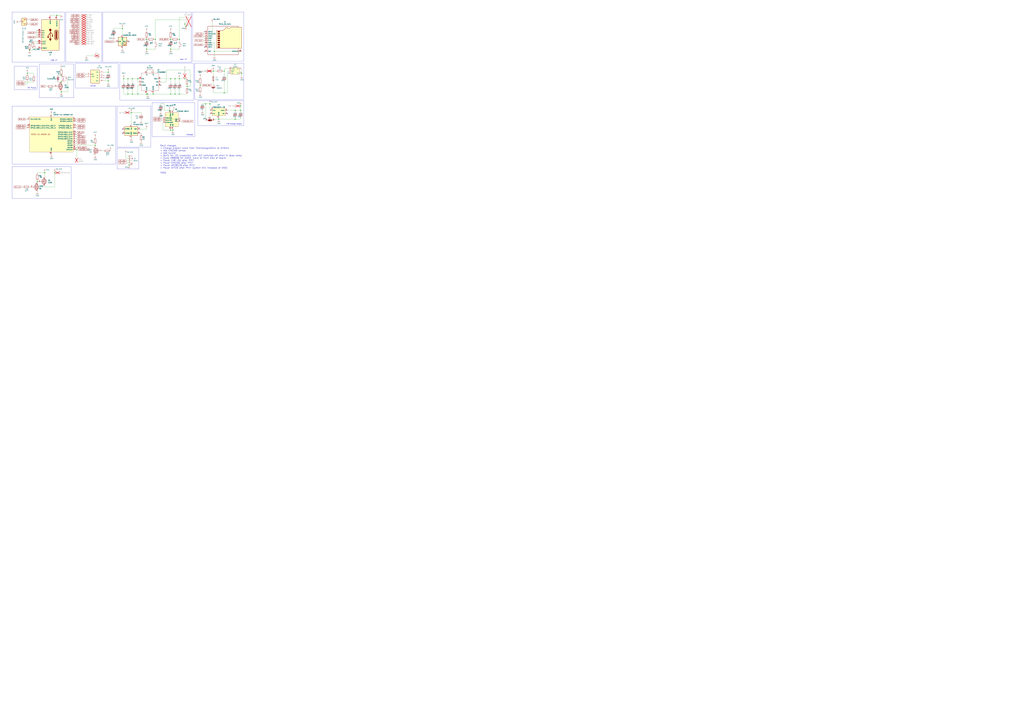
<source format=kicad_sch>
(kicad_sch (version 20250114) (generator "eeschema") (generator_version "9.0")
  (paper "A0")
  (title_block (title "ESP32 AirStick") (date "2024-12-09") (rev "Rev2") (company "Riccardo Iacob") (comment 1 "OSHW"))
  (rectangle (start 229.87 116.84) (end 283.21 146.05))
  (rectangle (start 45.72 74.295) (end 85.725 113.665))
  (rectangle (start 223.52 13.97) (end 283.21 71.12))
  (rectangle (start 16.51 76.835) (end 43.18 104.14))
  (rectangle (start 226.06 73.66) (end 283.21 115.57))
  (rectangle (start 87.63 73.66) (end 137.16 102.235))
  (rectangle (start 13.97 13.97) (end 74.93 72.39))
  (rectangle (start 119.38 13.97) (end 222.25 72.39))
  (rectangle (start 13.97 123.19) (end 134.62 190.5))
  (rectangle (start 135.89 123.19) (end 175.26 170.815))
  (rectangle (start 139.065 73.66) (end 224.79 116.205))
  (rectangle (start 176.53 119.38) (end 226.06 158.75))
  (rectangle (start 135.89 172.085) (end 161.29 196.215))
  (rectangle (start 76.2 13.97) (end 118.11 72.39))
  (rectangle (start 13.97 193.675) (end 82.55 230.505))
  (text "1V8 Analog Supply" (at 271.78 144.018 0) (effects (font (size 1.27 1.27))))
  (text "Rev2 changes\n+ Change project name from ThermoHygroStick to AirStick\n+ Add ENS160 sensor\n+ Add buzzer\n+ Qwiic for I2C expansion with VCC switched off when in deep sleep\n+ Swap XB8608 for DW03, move to front side of board\n+ Power 1V8 LDO after PFET\n+ Power ENS160 after PFET\n+ Power WS2812B after PFET\n+ Power AHT20 after PFET (switch VCC instaead of GND)\n\nTODO" (at 185.928 185.166 0) (effects (font (size 1.778 1.778)) (justify left)))
  (text "AHT20" (at 107.95 100.076 0) (effects (font (size 1.27 1.27))))
  (text "I2C Pullup" (at 36.83 102.108 0) (effects (font (size 1.27 1.27))))
  (text "USB I/F" (at 62.738 70.104 0) (effects (font (size 1.27 1.27))))
  (text "User I/F\n" (at 213.106 69.088 0) (effects (font (size 1.27 1.27))))
  (text "ENS160\n" (at 220.218 156.718 0) (effects (font (size 1.27 1.27))))
  (junction (at 203.2 109.22))
  (junction (at 279.4 123.19))
  (junction (at 66.04 17.78))
  (junction (at 34.29 58.42))
  (junction (at 203.2 91.44))
  (junction (at 198.12 91.44))
  (junction (at 52.07 200.66))
  (junction (at 152.4 130.81))
  (junction (at 243.84 120.65))
  (junction (at 248.92 59.69))
  (junction (at 214.63 27.94))
  (junction (at 149.86 191.77))
  (junction (at 31.75 85.09))
  (junction (at 160.02 91.44))
  (junction (at 148.59 109.22))
  (junction (at 171.45 109.22))
  (junction (at 153.67 109.22))
  (junction (at 71.12 106.68))
  (junction (at 153.67 91.44))
  (junction (at 198.12 57.15))
  (junction (at 232.41 99.06))
  (junction (at 142.24 33.02))
  (junction (at 247.65 82.55))
  (junction (at 143.51 91.44))
  (junction (at 125.73 83.82))
  (junction (at 273.05 128.27))
  (junction (at 198.12 109.22))
  (junction (at 43.18 210.82))
  (junction (at 170.18 57.15))
  (junction (at 198.12 151.13))
  (junction (at 208.28 91.44))
  (junction (at 71.12 95.25))
  (junction (at 260.35 82.55))
  (junction (at 273.05 138.43))
  (junction (at 200.66 151.13))
  (junction (at 148.59 91.44))
  (junction (at 125.73 93.98))
  (junction (at 170.18 109.22))
  (junction (at 71.12 87.63))
  (junction (at 170.18 45.72))
  (junction (at 160.02 109.22))
  (junction (at 63.5 200.66))
  (junction (at 110.49 168.91))
  (junction (at 177.8 109.22))
  (junction (at 208.28 109.22))
  (junction (at 196.85 128.27))
  (junction (at 280.67 85.09))
  (junction (at 214.63 91.44))
  (junction (at 279.4 128.27))
  (junction (at 254 138.43))
  (junction (at 260.35 107.95))
  (junction (at 198.12 45.72))
  (junction (at 238.76 120.65))
  (junction (at 180.34 45.72))
  (junction (at 215.9 30.48))
  (junction (at 208.28 45.72))
  (junction (at 88.9 173.99))
  (junction (at 217.17 100.33))
  (no_connect (at 237.49 36.83))
  (no_connect (at 237.49 59.69))
  (no_connect (at 237.49 54.61))
  (no_connect (at 186.69 99.06))
  (no_connect (at 142.24 154.94))
  (no_connect (at 149.86 48.26))
  (no_connect (at 264.16 132.08))
  (no_connect (at 142.24 149.86))
  (no_connect (at 265.43 85.09))
  (wire (pts (xy 148.59 181.61) (xy 149.86 181.61)))
  (wire (pts (xy 148.59 96.52) (xy 148.59 91.44)))
  (wire (pts (xy 248.92 139.7) (xy 248.92 138.43)))
  (wire (pts (xy 246.38 82.55) (xy 247.65 82.55)))
  (wire (pts (xy 142.24 31.75) (xy 142.24 33.02)))
  (wire (pts (xy 153.67 109.22) (xy 153.67 104.14)))
  (wire (pts (xy 190.5 120.65) (xy 186.69 120.65)))
  (wire (pts (xy 180.34 22.86) (xy 214.63 22.86)))
  (wire (pts (xy 279.4 138.43) (xy 273.05 138.43)))
  (wire (pts (xy 198.12 57.15) (xy 198.12 58.42)))
  (wire (pts (xy 248.92 59.69) (xy 248.92 66.04)))
  (wire (pts (xy 236.22 39.37) (xy 237.49 39.37)))
  (wire (pts (xy 160.02 91.44) (xy 161.29 91.44)))
  (wire (pts (xy 110.49 168.91) (xy 110.49 167.64)))
  (wire (pts (xy 143.51 91.44) (xy 148.59 91.44)))
  (wire (pts (xy 162.56 149.86) (xy 170.18 149.86)))
  (wire (pts (xy 247.65 82.55) (xy 247.65 87.63)))
  (wire (pts (xy 260.35 82.55) (xy 260.35 80.01)))
  (wire (pts (xy 71.12 93.98) (xy 71.12 95.25)))
  (wire (pts (xy 93.98 48.26) (xy 92.71 48.26)))
  (wire (pts (xy 41.91 35.56) (xy 41.91 38.1)))
  (wire (pts (xy 279.4 128.27) (xy 273.05 128.27)))
  (wire (pts (xy 149.86 181.61) (xy 149.86 191.77)))
  (wire (pts (xy 279.4 123.19) (xy 279.4 128.27)))
  (wire (pts (xy 198.12 54.61) (xy 198.12 57.15)))
  (wire (pts (xy 148.59 109.22) (xy 153.67 109.22)))
  (wire (pts (xy 203.2 104.14) (xy 203.2 109.22)))
  (wire (pts (xy 215.9 30.48) (xy 217.17 30.48)))
  (wire (pts (xy 203.2 91.44) (xy 198.12 91.44)))
  (wire (pts (xy 39.37 85.09) (xy 31.75 85.09)))
  (wire (pts (xy 163.83 154.94) (xy 163.83 156.21)))
  (wire (pts (xy 25.4 217.17) (xy 26.67 217.17)))
  (wire (pts (xy 93.98 27.94) (xy 92.71 27.94)))
  (wire (pts (xy 66.04 17.78) (xy 71.12 17.78)))
  (wire (pts (xy 110.49 158.75) (xy 110.49 160.02)))
  (wire (pts (xy 34.29 50.8) (xy 43.18 50.8)))
  (wire (pts (xy 58.42 17.78) (xy 66.04 17.78)))
  (wire (pts (xy 88.9 148.59) (xy 87.63 148.59)))
  (wire (pts (xy 93.98 22.86) (xy 92.71 22.86)))
  (wire (pts (xy 170.18 149.86) (xy 170.18 148.59)))
  (wire (pts (xy 88.9 161.29) (xy 87.63 161.29)))
  (wire (pts (xy 215.9 31.75) (xy 215.9 30.48)))
  (wire (pts (xy 170.18 35.56) (xy 170.18 36.83)))
  (wire (pts (xy 160.02 109.22) (xy 170.18 109.22)))
  (wire (pts (xy 152.4 160.02) (xy 152.4 161.29)))
  (wire (pts (xy 31.75 85.09) (xy 31.75 86.36)))
  (wire (pts (xy 43.18 210.82) (xy 44.45 210.82)))
  (wire (pts (xy 99.06 88.9) (xy 100.33 88.9)))
  (wire (pts (xy 78.74 106.68) (xy 71.12 106.68)))
  (wire (pts (xy 232.41 99.06) (xy 232.41 97.79)))
  (wire (pts (xy 151.13 130.81) (xy 152.4 130.81)))
  (wire (pts (xy 265.43 82.55) (xy 264.16 82.55)))
  (wire (pts (xy 280.67 85.09) (xy 280.67 88.9)))
  (wire (pts (xy 238.76 120.65) (xy 238.76 139.7)))
  (wire (pts (xy 125.73 93.98) (xy 125.73 92.71)))
  (wire (pts (xy 87.63 171.45) (xy 88.9 171.45)))
  (wire (pts (xy 38.1 48.26) (xy 43.18 48.26)))
  (wire (pts (xy 177.8 109.22) (xy 177.8 107.95)))
  (wire (pts (xy 88.9 156.21) (xy 87.63 156.21)))
  (wire (pts (xy 34.29 217.17) (xy 35.56 217.17)))
  (wire (pts (xy 196.85 138.43) (xy 196.85 128.27)))
  (wire (pts (xy 170.18 54.61) (xy 170.18 57.15)))
  (wire (pts (xy 87.63 140.97) (xy 88.9 140.97)))
  (wire (pts (xy 88.9 173.99) (xy 88.9 182.88)))
  (wire (pts (xy 217.17 109.22) (xy 208.28 109.22)))
  (wire (pts (xy 180.34 46.99) (xy 180.34 45.72)))
  (wire (pts (xy 87.63 138.43) (xy 88.9 138.43)))
  (wire (pts (xy 254 138.43) (xy 254 137.16)))
  (wire (pts (xy 247.65 82.55) (xy 251.46 82.55)))
  (wire (pts (xy 236.22 46.99) (xy 237.49 46.99)))
  (wire (pts (xy 247.65 95.25) (xy 247.65 97.79)))
  (wire (pts (xy 161.29 95.25) (xy 160.02 95.25)))
  (wire (pts (xy 143.51 109.22) (xy 143.51 104.14)))
  (wire (pts (xy 148.59 109.22) (xy 148.59 104.14)))
  (wire (pts (xy 198.12 45.72) (xy 199.39 45.72)))
  (wire (pts (xy 198.12 151.13) (xy 198.12 149.86)))
  (wire (pts (xy 236.22 52.07) (xy 237.49 52.07)))
  (wire (pts (xy 232.41 100.33) (xy 232.41 99.06)))
  (wire (pts (xy 40.64 55.88) (xy 43.18 55.88)))
  (wire (pts (xy 198.12 45.72) (xy 198.12 46.99)))
  (wire (pts (xy 29.21 95.25) (xy 39.37 95.25)))
  (wire (pts (xy 62.23 100.33) (xy 63.5 100.33)))
  (wire (pts (xy 30.48 146.05) (xy 31.75 146.05)))
  (wire (pts (xy 279.4 137.16) (xy 279.4 138.43)))
  (wire (pts (xy 88.9 163.83) (xy 87.63 163.83)))
  (wire (pts (xy 236.22 41.91) (xy 237.49 41.91)))
  (wire (pts (xy 168.91 45.72) (xy 170.18 45.72)))
  (wire (pts (xy 198.12 104.14) (xy 198.12 109.22)))
  (wire (pts (xy 100.33 64.77) (xy 100.33 66.04)))
  (wire (pts (xy 120.65 93.98) (xy 125.73 93.98)))
  (wire (pts (xy 71.12 105.41) (xy 71.12 106.68)))
  (wire (pts (xy 99.06 86.36) (xy 100.33 86.36)))
  (wire (pts (xy 132.08 33.02) (xy 142.24 33.02)))
  (wire (pts (xy 160.02 99.06) (xy 160.02 109.22)))
  (wire (pts (xy 198.12 96.52) (xy 198.12 91.44)))
  (wire (pts (xy 208.28 109.22) (xy 203.2 109.22)))
  (wire (pts (xy 232.41 107.95) (xy 232.41 109.22)))
  (wire (pts (xy 110.49 168.91) (xy 110.49 170.18)))
  (wire (pts (xy 33.02 22.86) (xy 34.29 22.86)))
  (wire (pts (xy 38.1 55.88) (xy 38.1 58.42)))
  (wire (pts (xy 217.17 99.06) (xy 217.17 100.33)))
  (wire (pts (xy 152.4 130.81) (xy 163.83 130.81)))
  (wire (pts (xy 201.93 128.27) (xy 200.66 128.27)))
  (wire (pts (xy 186.69 120.65) (xy 186.69 121.92)))
  (wire (pts (xy 93.98 33.02) (xy 92.71 33.02)))
  (wire (pts (xy 214.63 25.4) (xy 214.63 27.94)))
  (wire (pts (xy 110.49 180.34) (xy 110.49 181.61)))
  (wire (pts (xy 93.98 35.56) (xy 92.71 35.56)))
  (wire (pts (xy 214.63 91.44) (xy 217.17 91.44)))
  (wire (pts (xy 171.45 109.22) (xy 177.8 109.22)))
  (wire (pts (xy 243.84 120.65) (xy 243.84 128.27)))
  (wire (pts (xy 125.73 85.09) (xy 125.73 83.82)))
  (wire (pts (xy 52.07 217.17) (xy 52.07 215.9)))
  (wire (pts (xy 170.18 109.22) (xy 170.18 107.95)))
  (wire (pts (xy 260.35 87.63) (xy 260.35 82.55)))
  (wire (pts (xy 198.12 109.22) (xy 177.8 109.22)))
  (wire (pts (xy 125.73 96.52) (xy 125.73 93.98)))
  (wire (pts (xy 198.12 91.44) (xy 186.69 91.44)))
  (wire (pts (xy 132.08 41.91) (xy 132.08 43.18)))
  (wire (pts (xy 243.84 119.38) (xy 243.84 120.65)))
  (wire (pts (xy 280.67 80.01) (xy 280.67 85.09)))
  (wire (pts (xy 118.11 175.26) (xy 120.65 175.26)))
  (wire (pts (xy 142.24 57.15) (xy 142.24 55.88)))
  (wire (pts (xy 171.45 109.22) (xy 171.45 110.49)))
  (wire (pts (xy 71.12 107.95) (xy 71.12 106.68)))
  (wire (pts (xy 67.31 95.25) (xy 71.12 95.25)))
  (wire (pts (xy 52.07 199.39) (xy 52.07 200.66)))
  (wire (pts (xy 92.71 43.18) (xy 93.98 43.18)))
  (wire (pts (xy 279.4 121.92) (xy 279.4 123.19)))
  (wire (pts (xy 248.92 138.43) (xy 254 138.43)))
  (wire (pts (xy 153.67 109.22) (xy 160.02 109.22)))
  (wire (pts (xy 92.71 40.64) (xy 93.98 40.64)))
  (wire (pts (xy 93.98 25.4) (xy 92.71 25.4)))
  (wire (pts (xy 196.85 128.27) (xy 198.12 128.27)))
  (wire (pts (xy 196.85 128.27) (xy 190.5 128.27)))
  (wire (pts (xy 170.18 45.72) (xy 171.45 45.72)))
  (wire (pts (xy 260.35 80.01) (xy 265.43 80.01)))
  (wire (pts (xy 33.02 27.94) (xy 34.29 27.94)))
  (wire (pts (xy 210.82 140.97) (xy 209.55 140.97)))
  (wire (pts (xy 88.9 158.75) (xy 87.63 158.75)))
  (wire (pts (xy 187.96 139.7) (xy 189.23 139.7)))
  (wire (pts (xy 238.76 120.65) (xy 243.84 120.65)))
  (wire (pts (xy 88.9 146.05) (xy 87.63 146.05)))
  (wire (pts (xy 63.5 200.66) (xy 63.5 217.17)))
  (wire (pts (xy 187.96 137.16) (xy 189.23 137.16)))
  (wire (pts (xy 88.9 153.67) (xy 87.63 153.67)))
  (wire (pts (xy 162.56 154.94) (xy 163.83 154.94)))
  (wire (pts (xy 201.93 127) (xy 201.93 128.27)))
  (wire (pts (xy 30.48 138.43) (xy 31.75 138.43)))
  (wire (pts (xy 259.08 82.55) (xy 260.35 82.55)))
  (wire (pts (xy 163.83 163.83) (xy 163.83 165.1)))
  (wire (pts (xy 203.2 91.44) (xy 203.2 96.52)))
  (wire (pts (xy 237.49 44.45) (xy 246.38 44.45)))
  (wire (pts (xy 200.66 151.13) (xy 200.66 152.4)))
  (wire (pts (xy 147.32 186.69) (xy 148.59 186.69)))
  (wire (pts (xy 93.98 38.1) (xy 92.71 38.1)))
  (wire (pts (xy 41.91 43.18) (xy 43.18 43.18)))
  (wire (pts (xy 170.18 57.15) (xy 180.34 57.15)))
  (wire (pts (xy 220.98 81.28) (xy 220.98 100.33)))
  (wire (pts (xy 41.91 35.56) (xy 43.18 35.56)))
  (wire (pts (xy 220.98 81.28) (xy 193.04 81.28)))
  (wire (pts (xy 246.38 25.4) (xy 246.38 44.45)))
  (wire (pts (xy 93.98 45.72) (xy 92.71 45.72)))
  (wire (pts (xy 30.48 148.59) (xy 31.75 148.59)))
  (wire (pts (xy 63.5 199.39) (xy 63.5 200.66)))
  (wire (pts (xy 43.18 200.66) (xy 43.18 201.93)))
  (wire (pts (xy 29.21 97.79) (xy 31.75 97.79)))
  (wire (pts (xy 208.28 91.44) (xy 203.2 91.44)))
  (wire (pts (xy 41.91 40.64) (xy 41.91 43.18)))
  (wire (pts (xy 146.05 177.8) (xy 146.05 184.15)))
  (wire (pts (xy 248.92 49.53) (xy 248.92 59.69)))
  (wire (pts (xy 90.17 173.99) (xy 88.9 173.99)))
  (wire (pts (xy 193.04 95.25) (xy 186.69 95.25)))
  (wire (pts (xy 153.67 91.44) (xy 160.02 91.44)))
  (wire (pts (xy 190.5 128.27) (xy 190.5 120.65)))
  (wire (pts (xy 88.9 173.99) (xy 87.63 173.99)))
  (wire (pts (xy 100.33 64.77) (xy 109.22 64.77)))
  (wire (pts (xy 143.51 90.17) (xy 143.51 91.44)))
  (wire (pts (xy 92.71 17.78) (xy 93.98 17.78)))
  (wire (pts (xy 247.65 105.41) (xy 247.65 107.95)))
  (wire (pts (xy 279.4 129.54) (xy 279.4 128.27)))
  (wire (pts (xy 161.29 99.06) (xy 160.02 99.06)))
  (wire (pts (xy 59.69 132.08) (xy 59.69 133.35)))
  (wire (pts (xy 198.12 35.56) (xy 198.12 36.83)))
  (wire (pts (xy 207.01 45.72) (xy 208.28 45.72)))
  (wire (pts (xy 208.28 46.99) (xy 208.28 45.72)))
  (wire (pts (xy 120.65 83.82) (xy 125.73 83.82)))
  (wire (pts (xy 22.86 25.4) (xy 21.59 25.4)))
  (wire (pts (xy 248.92 59.69) (xy 280.67 59.69)))
  (wire (pts (xy 59.69 179.07) (xy 59.69 180.34)))
  (wire (pts (xy 264.16 128.27) (xy 273.05 128.27)))
  (wire (pts (xy 234.95 128.27) (xy 234.95 129.54)))
  (wire (pts (xy 71.12 78.74) (xy 71.12 80.01)))
  (wire (pts (xy 152.4 129.54) (xy 152.4 130.81)))
  (wire (pts (xy 264.16 82.55) (xy 264.16 107.95)))
  (wire (pts (xy 189.23 151.13) (xy 198.12 151.13)))
  (wire (pts (xy 209.55 138.43) (xy 196.85 138.43)))
  (wire (pts (xy 78.74 91.44) (xy 78.74 106.68)))
  (wire (pts (xy 43.18 210.82) (xy 43.18 212.09)))
  (wire (pts (xy 52.07 200.66) (xy 52.07 205.74)))
  (wire (pts (xy 208.28 91.44) (xy 214.63 91.44)))
  (wire (pts (xy 234.95 120.65) (xy 238.76 120.65)))
  (wire (pts (xy 170.18 109.22) (xy 171.45 109.22)))
  (wire (pts (xy 31.75 83.82) (xy 31.75 85.09)))
  (wire (pts (xy 217.17 100.33) (xy 217.17 101.6)))
  (wire (pts (xy 31.75 97.79) (xy 31.75 93.98)))
  (wire (pts (xy 203.2 109.22) (xy 198.12 109.22)))
  (wire (pts (xy 128.27 173.99) (xy 128.27 175.26)))
  (wire (pts (xy 273.05 129.54) (xy 273.05 128.27)))
  (wire (pts (xy 243.84 135.89) (xy 243.84 132.08)))
  (wire (pts (xy 88.9 166.37) (xy 87.63 166.37)))
  (wire (pts (xy 208.28 20.32) (xy 214.63 20.32)))
  (wire (pts (xy 247.65 107.95) (xy 260.35 107.95)))
  (wire (pts (xy 160.02 91.44) (xy 160.02 95.25)))
  (wire (pts (xy 41.91 38.1) (xy 43.18 38.1)))
  (wire (pts (xy 208.28 45.72) (xy 208.28 20.32)))
  (wire (pts (xy 273.05 138.43) (xy 273.05 137.16)))
  (wire (pts (xy 237.49 49.53) (xy 248.92 49.53)))
  (wire (pts (xy 179.07 45.72) (xy 180.34 45.72)))
  (wire (pts (xy 39.37 87.63) (xy 39.37 85.09)))
  (wire (pts (xy 180.34 45.72) (xy 180.34 22.86)))
  (wire (pts (xy 170.18 81.28) (xy 170.18 82.55)))
  (wire (pts (xy 71.12 87.63) (xy 71.12 88.9)))
  (wire (pts (xy 208.28 104.14) (xy 208.28 109.22)))
  (wire (pts (xy 153.67 96.52) (xy 153.67 91.44)))
  (wire (pts (xy 196.85 127) (xy 196.85 128.27)))
  (wire (pts (xy 93.98 30.48) (xy 92.71 30.48)))
  (wire (pts (xy 63.5 217.17) (xy 52.07 217.17)))
  (wire (pts (xy 220.98 100.33) (xy 217.17 100.33)))
  (wire (pts (xy 198.12 44.45) (xy 198.12 45.72)))
  (wire (pts (xy 163.83 140.97) (xy 163.83 139.7)))
  (wire (pts (xy 233.68 99.06) (xy 232.41 99.06)))
  (wire (pts (xy 193.04 81.28) (xy 193.04 95.25)))
  (wire (pts (xy 133.35 48.26) (xy 134.62 48.26)))
  (wire (pts (xy 146.05 184.15) (xy 148.59 184.15)))
  (wire (pts (xy 148.59 91.44) (xy 153.67 91.44)))
  (wire (pts (xy 214.63 27.94) (xy 214.63 30.48)))
  (wire (pts (xy 189.23 142.24) (xy 189.23 151.13)))
  (wire (pts (xy 177.8 81.28) (xy 177.8 82.55)))
  (wire (pts (xy 43.18 210.82) (xy 43.18 209.55)))
  (wire (pts (xy 200.66 151.13) (xy 200.66 149.86)))
  (wire (pts (xy 149.86 193.04) (xy 149.86 191.77)))
  (wire (pts (xy 93.98 50.8) (xy 92.71 50.8)))
  (wire (pts (xy 170.18 45.72) (xy 170.18 46.99)))
  (wire (pts (xy 260.35 95.25) (xy 260.35 107.95)))
  (wire (pts (xy 247.65 81.28) (xy 247.65 82.55)))
  (wire (pts (xy 53.34 100.33) (xy 54.61 100.33)))
  (wire (pts (xy 67.31 87.63) (xy 71.12 87.63)))
  (wire (pts (xy 198.12 57.15) (xy 208.28 57.15)))
  (wire (pts (xy 208.28 96.52) (xy 208.28 91.44)))
  (wire (pts (xy 170.18 57.15) (xy 170.18 58.42)))
  (wire (pts (xy 132.08 33.02) (xy 132.08 34.29)))
  (wire (pts (xy 254 139.7) (xy 254 138.43)))
  (wire (pts (xy 254 138.43) (xy 273.05 138.43)))
  (wire (pts (xy 214.63 30.48) (xy 215.9 30.48)))
  (wire (pts (xy 196.85 45.72) (xy 198.12 45.72)))
  (wire (pts (xy 34.29 58.42) (xy 34.29 59.69)))
  (wire (pts (xy 41.91 40.64) (xy 43.18 40.64)))
  (wire (pts (xy 147.32 189.23) (xy 148.59 189.23)))
  (wire (pts (xy 38.1 58.42) (xy 34.29 58.42)))
  (wire (pts (xy 92.71 20.32) (xy 93.98 20.32)))
  (wire (pts (xy 142.24 33.02) (xy 142.24 40.64)))
  (wire (pts (xy 198.12 151.13) (xy 200.66 151.13)))
  (wire (pts (xy 125.73 82.55) (xy 125.73 83.82)))
  (wire (pts (xy 87.63 168.91) (xy 110.49 168.91)))
  (wire (pts (xy 143.51 96.52) (xy 143.51 91.44)))
  (wire (pts (xy 186.69 130.81) (xy 186.69 129.54)))
  (wire (pts (xy 208.28 90.17) (xy 208.28 91.44)))
  (wire (pts (xy 260.35 107.95) (xy 264.16 107.95)))
  (wire (pts (xy 43.18 223.52) (xy 43.18 222.25)))
  (wire (pts (xy 143.51 109.22) (xy 148.59 109.22)))
  (wire (pts (xy 152.4 130.81) (xy 152.4 144.78)))
  (wire (pts (xy 149.86 191.77) (xy 151.13 191.77)))
  (wire (pts (xy 43.18 200.66) (xy 52.07 200.66)))
  (wire (pts (xy 170.18 44.45) (xy 170.18 45.72)))
  (wire (pts (xy 163.83 130.81) (xy 163.83 132.08)))
  (wire (pts (xy 232.41 88.9) (xy 232.41 90.17)))
  (global_label "I2C_SCL" (shape input) (at 147.32 189.23 180) (property "Intersheetrefs" "${INTERSHEET_REFS}" (effects (hide yes))))
  (global_label "USB_DP" (shape input) (at 88.9 148.59 0) (property "Intersheetrefs" "${INTERSHEET_REFS}" (effects (hide yes))))
  (global_label "DEV_EN" (shape input) (at 88.9 161.29 0) (property "Intersheetrefs" "${INTERSHEET_REFS}" (effects (hide yes))))
  (global_label "BTN_EN" (shape input) (at 168.91 45.72 180) (property "Intersheetrefs" "${INTERSHEET_REFS}" (effects (hide yes))))
  (global_label "SPI_SCK" (shape input) (at 88.9 158.75 0) (property "Intersheetrefs" "${INTERSHEET_REFS}" (effects (hide yes))))
  (global_label "VMON_BAT" (shape input) (at 233.68 99.06 0) (property "Intersheetrefs" "${INTERSHEET_REFS}" (effects (hide yes))))
  (global_label "SPI_MOSI" (shape input) (at 236.22 41.91 180) (property "Intersheetrefs" "${INTERSHEET_REFS}" (effects (hide yes))))
  (global_label "USB_DN" (shape input) (at 92.71 43.18 180) (property "Intersheetrefs" "${INTERSHEET_REFS}" (effects (hide yes))))
  (global_label "I2C_SCL" (shape input) (at 187.96 139.7 180) (property "Intersheetrefs" "${INTERSHEET_REFS}" (effects (hide yes))))
  (global_label "I2C_SDA" (shape input) (at 29.21 97.79 180) (property "Intersheetrefs" "${INTERSHEET_REFS}" (effects (hide yes))))
  (global_label "BTN_BOOT" (shape input) (at 196.85 45.72 180) (property "Intersheetrefs" "${INTERSHEET_REFS}" (effects (hide yes))))
  (global_label "I2C_SDA" (shape input) (at 88.9 138.43 0) (property "Intersheetrefs" "${INTERSHEET_REFS}" (effects (hide yes))))
  (global_label "ARGB_DAT" (shape input) (at 92.71 38.1 180) (property "Intersheetrefs" "${INTERSHEET_REFS}" (effects (hide yes))))
  (global_label "USB_DN" (shape input) (at 41.91 43.18 180) (property "Intersheetrefs" "${INTERSHEET_REFS}" (effects (hide yes))))
  (global_label "SPI_MISO" (shape input) (at 92.71 25.4 180) (property "Intersheetrefs" "${INTERSHEET_REFS}" (effects (hide yes))))
  (global_label "BUZ" (shape input) (at 88.9 156.21 0) (property "Intersheetrefs" "${INTERSHEET_REFS}" (effects (hide yes))))
  (global_label "USB_DP" (shape input) (at 41.91 38.1 180) (property "Intersheetrefs" "${INTERSHEET_REFS}" (effects (hide yes))))
  (global_label "I2C_SDA" (shape input) (at 147.32 186.69 180) (property "Intersheetrefs" "${INTERSHEET_REFS}" (effects (hide yes))))
  (global_label "I2C_SCL" (shape input) (at 99.06 86.36 180) (property "Intersheetrefs" "${INTERSHEET_REFS}" (effects (hide yes))))
  (global_label "I2C_SCL" (shape input) (at 88.9 140.97 0) (property "Intersheetrefs" "${INTERSHEET_REFS}" (effects (hide yes))))
  (global_label "SPI_MOSI" (shape input) (at 92.71 22.86 180) (property "Intersheetrefs" "${INTERSHEET_REFS}" (effects (hide yes))))
  (global_label "USB_DP" (shape input) (at 34.29 27.94 0) (property "Intersheetrefs" "${INTERSHEET_REFS}" (effects (hide yes))))
  (global_label "BTN_BOOT" (shape input) (at 88.9 171.45 0) (property "Intersheetrefs" "${INTERSHEET_REFS}" (effects (hide yes))))
  (global_label "SPI_MOSI" (shape input) (at 88.9 166.37 0) (property "Intersheetrefs" "${INTERSHEET_REFS}" (effects (hide yes))))
  (global_label "BUZ" (shape input) (at 53.34 100.33 180) (property "Intersheetrefs" "${INTERSHEET_REFS}" (effects (hide yes))))
  (global_label "BTN_BOOT" (shape input) (at 92.71 48.26 180) (property "Intersheetrefs" "${INTERSHEET_REFS}" (effects (hide yes))))
  (global_label "I2C_SDA" (shape input) (at 92.71 17.78 180) (property "Intersheetrefs" "${INTERSHEET_REFS}" (effects (hide yes))))
  (global_label "SPI_SCK" (shape input) (at 236.22 46.99 180) (property "Intersheetrefs" "${INTERSHEET_REFS}" (effects (hide yes))))
  (global_label "SPI_MISO" (shape input) (at 236.22 52.07 180) (property "Intersheetrefs" "${INTERSHEET_REFS}" (effects (hide yes))))
  (global_label "SPI_MISO" (shape input) (at 88.9 163.83 0) (property "Intersheetrefs" "${INTERSHEET_REFS}" (effects (hide yes))))
  (global_label "VMON_BAT" (shape input) (at 92.71 35.56 180) (property "Intersheetrefs" "${INTERSHEET_REFS}" (effects (hide yes))))
  (global_label "ARGB_DAT" (shape input) (at 133.35 48.26 180) (property "Intersheetrefs" "${INTERSHEET_REFS}" (effects (hide yes))))
  (global_label "I2C_SCL" (shape input) (at 92.71 20.32 180) (property "Intersheetrefs" "${INTERSHEET_REFS}" (effects (hide yes))))
  (global_label "SPI_CS" (shape input) (at 92.71 33.02 180) (property "Intersheetrefs" "${INTERSHEET_REFS}" (effects (hide yes))))
  (global_label "BTN_EN" (shape input) (at 30.48 138.43 180) (property "Intersheetrefs" "${INTERSHEET_REFS}" (effects (hide yes))))
  (global_label "BTN_EN" (shape input) (at 92.71 45.72 180) (property "Intersheetrefs" "${INTERSHEET_REFS}" (effects (hide yes))))
  (global_label "SPI_CS" (shape input) (at 236.22 39.37 180) (property "Intersheetrefs" "${INTERSHEET_REFS}" (effects (hide yes))))
  (global_label "DEV_EN" (shape input) (at 25.4 217.17 180) (property "Intersheetrefs" "${INTERSHEET_REFS}" (effects (hide yes))))
  (global_label "ENS160_INT" (shape input) (at 90.17 173.99 0) (property "Intersheetrefs" "${INTERSHEET_REFS}" (effects (hide yes))))
  (global_label "USB_DP" (shape input) (at 92.71 40.64 180) (property "Intersheetrefs" "${INTERSHEET_REFS}" (effects (hide yes))))
  (global_label "SPI_CS" (shape input) (at 88.9 153.67 0) (property "Intersheetrefs" "${INTERSHEET_REFS}" (effects (hide yes))))
  (global_label "I2C_SCL" (shape input) (at 29.21 95.25 180) (property "Intersheetrefs" "${INTERSHEET_REFS}" (effects (hide yes))))
  (global_label "BUZ" (shape input) (at 92.71 50.8 180) (property "Intersheetrefs" "${INTERSHEET_REFS}" (effects (hide yes))))
  (global_label "USB_DN" (shape input) (at 34.29 22.86 0) (property "Intersheetrefs" "${INTERSHEET_REFS}" (effects (hide yes))))
  (global_label "ENS160_INT" (shape input) (at 210.82 140.97 0) (property "Intersheetrefs" "${INTERSHEET_REFS}" (effects (hide yes))))
  (global_label "VMON_BAT" (shape input) (at 30.48 148.59 180) (property "Intersheetrefs" "${INTERSHEET_REFS}" (effects (hide yes))))
  (global_label "I2C_SDA" (shape input) (at 187.96 137.16 180) (property "Intersheetrefs" "${INTERSHEET_REFS}" (effects (hide yes))))
  (global_label "USB_DN" (shape input) (at 88.9 146.05 0) (property "Intersheetrefs" "${INTERSHEET_REFS}" (effects (hide yes))))
  (global_label "I2C_SDA" (shape input) (at 99.06 88.9 180) (property "Intersheetrefs" "${INTERSHEET_REFS}" (effects (hide yes))))
  (global_label "SPI_SCK" (shape input) (at 92.71 30.48 180) (property "Intersheetrefs" "${INTERSHEET_REFS}" (effects (hide yes))))
  (global_label "ARGB_DAT" (shape input) (at 30.48 146.05 180) (property "Intersheetrefs" "${INTERSHEET_REFS}" (effects (hide yes))))
  (global_label "DEV_EN" (shape input) (at 92.71 27.94 180) (property "Intersheetrefs" "${INTERSHEET_REFS}" (effects (hide yes))))
  (symbol (lib_id "power:GND") (at 198.12 58.42 0) (mirror y) (unit 1)
    (property "Reference" "#PWR07" (effects (hide yes)))
    (property "Value" "GND" (at 198.374 62.23 0))
    (property "Description" "Power symbol creates a global label with name \"GND\" , ground" (effects (hide yes)))
  )
  (symbol (lib_id "power:GND") (at 71.12 17.78 0) (unit 1)
    (property "Reference" "#PWR019" (effects (hide yes)))
    (property "Value" "GND" (at 71.12 22.86 0))
    (property "Description" "Power symbol creates a global label with name \"GND\" , ground" (effects (hide yes)))
  )
  (symbol (lib_id "Connector:TestPoint") (at 93.98 35.56 270) (unit 1) (dnp yes)
    (property "Reference" "TP9" (at 99.314 35.56 90) (effects (justify left)))
    (property "Value" "BMON" (at 103.124 35.56 90) (effects (justify left)))
    (property "Footprint" "Riacob:TestPoint_Pad_D1.0mm_NoSilk" (effects (hide yes)))
    (property "Description" "test point" (effects (hide yes)))
  )
  (symbol (lib_id "power:GND") (at 171.45 110.49 0) (mirror y) (unit 1)
    (property "Reference" "#PWR01" (effects (hide yes)))
    (property "Value" "GND" (at 171.704 114.3 0))
    (property "Description" "Power symbol creates a global label with name \"GND\" , ground" (effects (hide yes)))
  )
  (symbol (lib_id "power:Vdrive") (at 279.4 121.92 0) (unit 1)
    (property "Reference" "#PWR038" (effects (hide yes)))
    (property "Value" "1V8" (at 276.606 119.634 0))
    (property "Description" "Power symbol creates a global label with name \"Vdrive\"" (effects (hide yes)))
  )
  (symbol (lib_id "Device:Q_PMOS_GSD") (at 68.58 100.33 0) (mirror x) (unit 1)
    (property "Reference" "Q4" (at 74.93 99.0599 0) (effects (justify left)))
    (property "Value" "2301" (at 74.93 101.5999 0) (effects (justify left)))
    (property "Footprint" "Package_TO_SOT_SMD:SOT-23" (effects (hide yes)))
    (property "Description" "P-MOSFET transistor, gate/source/drain" (effects (hide yes)))
    (property "Sim.Device" "PMOS" (effects (hide yes)))
    (property "Sim.Type" "VDMOS" (effects (hide yes)))
    (property "Sim.Pins" "1=D 2=G 3=S" (effects (hide yes)))
    (property "Status" "S" (effects (hide yes)))
    (property "Cost" "0.0069" (effects (hide yes)))
    (property "LCSC" "C41384537" (effects (hide yes)))
  )
  (symbol (lib_id "Device:C") (at 170.18 50.8 0) (mirror y) (unit 1)
    (property "Reference" "C7" (at 172.212 48.768 0) (effects (justify left)))
    (property "Value" "100n" (at 171.45 52.832 0) (effects (justify left)))
    (property "Footprint" "Capacitor_SMD:C_0603_1608Metric" (effects (hide yes)))
    (property "Description" "Unpolarized capacitor" (effects (hide yes)))
    (property "LCSC" "C1729 " (effects (hide yes)))
    (property "Status" "S" (effects (hide yes)))
    (property "Cost" "0.0065" (effects (hide yes)))
  )
  (symbol (lib_id "power:GND") (at 21.59 25.4 270) (unit 1)
    (property "Reference" "#PWR033" (effects (hide yes)))
    (property "Value" "GND" (at 16.51 25.4 0))
    (property "Description" "Power symbol creates a global label with name \"GND\" , ground" (effects (hide yes)))
  )
  (symbol (lib_id "Device:R") (at 124.46 175.26 90) (unit 1)
    (property "Reference" "R18" (at 124.206 180.848 0) (effects (justify left)))
    (property "Value" "10k" (at 125.984 180.34 0) (effects (justify left)))
    (property "Footprint" "Resistor_SMD:R_0603_1608Metric" (effects (hide yes)))
    (property "Description" "Resistor" (effects (hide yes)))
    (property "LCSC" "C17414" (effects (hide yes)))
    (property "Status" "S" (effects (hide yes)))
    (property "Cost" "0.0018" (effects (hide yes)))
  )
  (symbol (lib_id "Device:R") (at 38.1 52.07 0) (unit 1)
    (property "Reference" "R11" (at 34.544 46.736 0) (effects (justify left)))
    (property "Value" "5k1" (at 33.782 48.514 0) (effects (justify left)))
    (property "Footprint" "Resistor_SMD:R_0603_1608Metric" (effects (hide yes)))
    (property "Description" "Resistor" (effects (hide yes)))
    (property "LCSC" "C17414" (effects (hide yes)))
    (property "Status" "C" (effects (hide yes)))
    (property "Cost" "0.0018" (effects (hide yes)))
  )
  (symbol (lib_id "Device:R") (at 232.41 104.14 0) (unit 1)
    (property "Reference" "R17" (at 226.822 103.886 0) (effects (justify left)))
    (property "Value" "36k" (at 227.33 105.664 0) (effects (justify left)))
    (property "Footprint" "Resistor_SMD:R_0603_1608Metric" (effects (hide yes)))
    (property "Description" "Resistor" (effects (hide yes)))
    (property "LCSC" "C17414" (effects (hide yes)))
    (property "Status" "C" (effects (hide yes)))
    (property "Cost" "0.0018" (effects (hide yes)))
  )
  (symbol (lib_id "power:Vdrive") (at 152.4 129.54 0) (unit 1)
    (property "Reference" "#PWR013" (effects (hide yes)))
    (property "Value" "5V_USB" (at 152.908 125.73 0))
    (property "Description" "Power symbol creates a global label with name \"Vdrive\"" (effects (hide yes)))
  )
  (symbol (lib_id "power:GND") (at 152.4 161.29 0) (mirror y) (unit 1)
    (property "Reference" "#PWR028" (effects (hide yes)))
    (property "Value" "GND" (at 152.654 165.1 0))
    (property "Description" "Power symbol creates a global label with name \"GND\" , ground" (effects (hide yes)))
  )
  (symbol (lib_id "Connector:Micro_SD_Card_Det1") (at 260.35 46.99 0) (unit 1)
    (property "Reference" "J2" (at 260.985 25.4 0))
    (property "Value" "Micro_SD_Card" (at 260.985 27.94 0))
    (property "Footprint" "Riacob:J_SD_Card-micro_socket_A" (effects (hide yes)))
    (property "Datasheet" "https://datasheet.lcsc.com/lcsc/2110151630_XKB-Connectivity-XKTF-015-N_C381082.pdf" (effects (hide yes)))
    (property "Description" "Micro SD Card Socket with one card detection pin" (effects (hide yes)))
    (property "Status" "C" (effects (hide yes)))
    (property "Cost" "0.0517" (effects (hide yes)))
    (property "LCSC" "C2988369" (effects (hide yes)))
  )
  (symbol (lib_id "LED:WS2812B-2020") (at 142.24 48.26 0) (unit 1)
    (property "Reference" "D1" (at 150.622 38.354 0))
    (property "Value" "WS2812B-2020" (at 150.622 40.894 0))
    (property "Footprint" "LED_SMD:LED_WS2812B-2020_PLCC4_2.0x2.0mm" (effects (hide yes)))
    (property "Datasheet" "https://cdn-shop.adafruit.com/product-files/4684/4684_WS2812B-2020_V1.3_EN.pdf" (effects (hide yes)))
    (property "Description" "RGB LED with integrated controller, 2.0 x 2.0 mm, 12 mA" (effects (hide yes)))
    (property "Status" "C" (effects (hide yes)))
    (property "Cost" "0.0798" (effects (hide yes)))
    (property "LCSC" "C5349955" (effects (hide yes)))
  )
  (symbol (lib_id "power:GND") (at 34.29 59.69 0) (unit 1)
    (property "Reference" "#PWR012" (effects (hide yes)))
    (property "Value" "GND" (at 34.29 64.77 0))
    (property "Description" "Power symbol creates a global label with name \"GND\" , ground" (effects (hide yes)))
  )
  (symbol (lib_id "Device:C") (at 125.73 88.9 0) (mirror y) (unit 1)
    (property "Reference" "C10" (at 127.762 86.868 0) (effects (justify left)))
    (property "Value" "100n" (at 127 90.932 0) (effects (justify left)))
    (property "Footprint" "Capacitor_SMD:C_0603_1608Metric" (effects (hide yes)))
    (property "Description" "Unpolarized capacitor" (effects (hide yes)))
    (property "LCSC" "C1729 " (effects (hide yes)))
    (property "Status" "S" (effects (hide yes)))
    (property "Cost" "0.0065" (effects (hide yes)))
  )
  (symbol (lib_id "power:Vdrive") (at 143.51 90.17 0) (unit 1)
    (property "Reference" "#PWR02" (effects (hide yes)))
    (property "Value" "VBAT" (at 143.51 85.09 0))
    (property "Description" "Power symbol creates a global label with name \"Vdrive\"" (effects (hide yes)))
  )
  (symbol (lib_id "Jumper:SolderJumper_3_Bridged12") (at 243.84 139.7 0) (mirror x) (unit 1) (exclude_from_sim yes) (in_bom no)
    (property "Reference" "JP1" (at 237.744 137.922 0))
    (property "Value" "SolderJumper_3_Bridged12" (effects (hide yes)))
    (property "Footprint" "Jumper:SolderJumper-3_P1.3mm_Bridged12_RoundedPad1.0x1.5mm" (effects (hide yes)))
    (property "Description" "3-pole Solder Jumper, pins 1+2 closed/bridged" (effects (hide yes)))
  )
  (symbol (lib_id "Riacob:AHT20") (at 115.57 88.9 0) (unit 1)
    (property "Reference" "U2" (at 115.57 76.2 0))
    (property "Value" "AHT20" (at 115.57 78.74 0))
    (property "Footprint" "riacob:PSON100P300X300X110-6N" (effects (hide yes)))
    (property "MF" "Asair" (effects (hide yes)))
    (property "MAXIMUM_PACKAGE_HEIGHT" "1.1mm" (effects (hide yes)))
    (property "Package" "Package" (effects (hide yes)))
    (property "Price" "None" (effects (hide yes)))
    (property "Check_prices" "https://www.snapeda.com/parts/AHT20/Asair/view-part/?ref=eda" (effects (hide yes)))
    (property "STANDARD" "IPC 7351B" (effects (hide yes)))
    (property "PARTREV" "V1.0" (effects (hide yes)))
    (property "SnapEDA_Link" "https://www.snapeda.com/parts/AHT20/Asair/view-part/?ref=snap" (effects (hide yes)))
    (property "MP" "AHT20" (effects (hide yes)))
    (property "Description_1" "\nTemperature and Humidity sensor\n" (effects (hide yes)))
    (property "Availability" "Not in stock" (effects (hide yes)))
    (property "MANUFACTURER" "Asair" (effects (hide yes)))
    (property "LCSC" "C2757850" (effects (hide yes)))
    (property "Status" "S" (effects (hide yes)))
    (property "Cost" "0.6905" (effects (hide yes)))
  )
  (symbol (lib_id "power:GND") (at 215.9 31.75 0) (mirror y) (unit 1)
    (property "Reference" "#PWR048" (effects (hide yes)))
    (property "Value" "GND" (at 213.106 33.02 0))
    (property "Description" "Power symbol creates a global label with name \"GND\" , ground" (effects (hide yes)))
  )
  (symbol (lib_id "power:GND") (at 132.08 43.18 0) (mirror y) (unit 1)
    (property "Reference" "#PWR025" (effects (hide yes)))
    (property "Value" "GND" (at 128.524 44.45 0))
    (property "Description" "Power symbol creates a global label with name \"GND\" , ground" (effects (hide yes)))
  )
  (symbol (lib_id "Device:R") (at 31.75 90.17 0) (unit 1)
    (property "Reference" "R12" (at 26.162 89.916 0) (effects (justify left)))
    (property "Value" "5k1" (at 26.67 91.694 0) (effects (justify left)))
    (property "Footprint" "Resistor_SMD:R_0603_1608Metric" (effects (hide yes)))
    (property "Description" "Resistor" (effects (hide yes)))
    (property "LCSC" "C17414" (effects (hide yes)))
    (property "Status" "C" (effects (hide yes)))
    (property "Cost" "0.0018" (effects (hide yes)))
  )
  (symbol (lib_id "Connector:TestPoint") (at 109.22 64.77 270) (unit 1) (dnp yes)
    (property "Reference" "TP17" (at 109.728 62.23 90) (effects (justify left)))
    (property "Value" "GND" (at 111.252 67.056 90) (effects (justify left)))
    (property "Footprint" "TestPoint:TestPoint_Pad_4.0x4.0mm" (effects (hide yes)))
    (property "Description" "test point" (effects (hide yes)))
  )
  (symbol (lib_id "Device:R") (at 30.48 217.17 90) (unit 1)
    (property "Reference" "R14" (at 30.226 222.758 0) (effects (justify left)))
    (property "Value" "10k" (at 32.004 222.25 0) (effects (justify left)))
    (property "Footprint" "Resistor_SMD:R_0603_1608Metric" (effects (hide yes)))
    (property "Description" "Resistor" (effects (hide yes)))
    (property "LCSC" "C17414" (effects (hide yes)))
    (property "Status" "S" (effects (hide yes)))
    (property "Cost" "0.0018" (effects (hide yes)))
  )
  (symbol (lib_id "power:GND") (at 234.95 129.54 0) (mirror y) (unit 1)
    (property "Reference" "#PWR042" (effects (hide yes)))
    (property "Value" "GND" (at 235.204 133.35 0))
    (property "Description" "Power symbol creates a global label with name \"GND\" , ground" (effects (hide yes)))
  )
  (symbol (lib_id "Device:R") (at 170.18 40.64 180) (unit 1)
    (property "Reference" "R4" (at 175.768 40.894 0) (effects (justify left)))
    (property "Value" "10k" (at 175.26 39.116 0) (effects (justify left)))
    (property "Footprint" "Resistor_SMD:R_0603_1608Metric" (effects (hide yes)))
    (property "Description" "Resistor" (effects (hide yes)))
    (property "LCSC" "C17414" (effects (hide yes)))
    (property "Status" "S" (effects (hide yes)))
    (property "Cost" "0.0018" (effects (hide yes)))
  )
  (symbol (lib_id "Device:D_Schottky") (at 67.31 91.44 270) (unit 1)
    (property "Reference" "D3" (at 61.214 89.916 90) (effects (justify left)))
    (property "Value" "D_Schottky" (at 54.864 91.44 90) (effects (justify left)))
    (property "Footprint" "Riacob:SOD-723_L1.7-W1.0-P1.42-RD" (effects (hide yes)))
    (property "Description" "Schottky diode" (effects (hide yes)))
    (property "LCSC" "C8525" (effects (hide yes)))
    (property "Status" "C" (at 67.31 91.44 0))
  )
  (symbol (lib_id "Device:C") (at 208.28 100.33 0) (mirror y) (unit 1)
    (property "Reference" "C6" (at 210.312 98.298 0) (effects (justify left)))
    (property "Value" "22u" (at 209.55 102.362 0) (effects (justify left)))
    (property "Footprint" "Capacitor_SMD:C_0603_1608Metric" (effects (hide yes)))
    (property "Description" "Unpolarized capacitor" (effects (hide yes)))
    (property "LCSC" "C159801" (effects (hide yes)))
    (property "Status" "C" (effects (hide yes)))
    (property "Cost" "0.0071" (effects (hide yes)))
  )
  (symbol (lib_id "power:GND") (at 149.86 193.04 0) (mirror y) (unit 1)
    (property "Reference" "#PWR047" (effects (hide yes)))
    (property "Value" "GND" (at 147.066 194.31 0))
    (property "Description" "Power symbol creates a global label with name \"GND\" , ground" (effects (hide yes)))
  )
  (symbol (lib_id "Connector:TestPoint") (at 93.98 50.8 270) (unit 1) (dnp yes)
    (property "Reference" "TP19" (at 99.314 50.8 90) (effects (justify left)))
    (property "Value" "BUZ" (at 104.902 50.8 90) (effects (justify left)))
    (property "Footprint" "Riacob:TestPoint_Pad_D1.0mm_NoSilk" (effects (hide yes)))
    (property "Description" "test point" (effects (hide yes)))
  )
  (symbol (lib_id "Connector:TestPoint") (at 93.98 25.4 270) (unit 1) (dnp yes)
    (property "Reference" "TP5" (at 99.314 25.4 90) (effects (justify left)))
    (property "Value" "MISO" (at 103.124 25.4 90) (effects (justify left)))
    (property "Footprint" "Riacob:TestPoint_Pad_D1.0mm_NoSilk" (effects (hide yes)))
    (property "Description" "test point" (effects (hide yes)))
  )
  (symbol (lib_id "power:Vdrive") (at 146.05 177.8 0) (unit 1)
    (property "Reference" "#PWR052" (effects (hide yes)))
    (property "Value" "SW_3V3" (at 150.876 176.784 0))
    (property "Description" "Power symbol creates a global label with name \"Vdrive\"" (effects (hide yes)))
  )
  (symbol (lib_id "Connector:TestPoint") (at 279.4 123.19 90) (unit 1) (dnp yes)
    (property "Reference" "TP21" (at 274.066 123.19 90) (effects (justify left)))
    (property "Value" "1V8" (at 268.478 123.19 90) (effects (justify left)))
    (property "Footprint" "Riacob:TestPoint_Pad_D1.0mm_NoSilk" (effects (hide yes)))
    (property "Description" "test point" (effects (hide yes)))
  )
  (symbol (lib_id "Device:Q_NMOS_GSD") (at 40.64 217.17 0) (unit 1)
    (property "Reference" "Q2" (at 45.466 218.948 0) (effects (justify left)))
    (property "Value" "2302" (at 45.466 216.408 0) (effects (justify left)))
    (property "Footprint" "Package_TO_SOT_SMD:SOT-23" (effects (hide yes)))
    (property "Description" "N-MOSFET transistor, gate/source/drain" (effects (hide yes)))
    (property "Status" "S" (effects (hide yes)))
    (property "Cost" "0.0066" (effects (hide yes)))
    (property "LCSC" "C41384540" (effects (hide yes)))
  )
  (symbol (lib_id "Device:R") (at 71.12 83.82 0) (unit 1)
    (property "Reference" "R19" (at 65.532 83.566 0) (effects (justify left)))
    (property "Value" "1k" (at 66.802 85.598 0) (effects (justify left)))
    (property "Footprint" "Resistor_SMD:R_0603_1608Metric" (effects (hide yes)))
    (property "Description" "Resistor" (effects (hide yes)))
    (property "LCSC" "C17414" (effects (hide yes)))
    (property "Status" "S" (effects (hide yes)))
    (property "Cost" "0.0018" (effects (hide yes)))
  )
  (symbol (lib_id "Battery_Management:TP4057") (at 152.4 152.4 0) (unit 1)
    (property "Reference" "U3" (at 154.5941 142.24 0) (effects (justify left)))
    (property "Value" "TP4057" (at 154.5941 144.78 0) (effects (justify left)))
    (property "Footprint" "Package_TO_SOT_SMD:SOT-23-6" (effects (hide yes)))
    (property "Datasheet" "http://toppwr.com/uploadfile/file/20230304/640302a47b738.pdf" (effects (hide yes)))
    (property "Description" "Constant-current/constant-voltage linear charger for single cell lithium-ion batteries with 2.9V Trickle Charge, 4.5V to 6.5V VDD, -40 to +85 degree Celsius, TSOT-23-5" (effects (hide yes)))
    (property "LCSC" "C20199358" (effects (hide yes)))
    (property "Status" "C" (effects (hide yes)))
    (property "Cost" "0.0383" (effects (hide yes)))
  )
  (symbol (lib_id "Riacob:TPS7A0233DQNR") (at 246.38 125.73 0) (unit 1)
    (property "Reference" "U7" (at 254 121.92 0))
    (property "Value" "MG6226D4-18" (at 254 124.46 0))
    (property "Footprint" "Package_SON:Texas_X2SON-4_1x1mm_P0.65mm" (effects (hide yes)))
    (property "LCSC" "C22396246" (effects (hide yes)))
    (property "Status" "C" (at 246.38 125.73 0))
  )
  (symbol (lib_id "power:Vdrive") (at 52.07 199.39 0) (unit 1)
    (property "Reference" "#PWR026" (effects (hide yes)))
    (property "Value" "3V3" (at 55.372 197.358 0))
    (property "Description" "Power symbol creates a global label with name \"Vdrive\"" (effects (hide yes)))
  )
  (symbol (lib_id "Device:R") (at 217.17 105.41 180) (unit 1)
    (property "Reference" "R2" (at 222.758 105.664 0) (effects (justify left)))
    (property "Value" "100k" (at 222.25 103.886 0) (effects (justify left)))
    (property "Footprint" "Resistor_SMD:R_0603_1608Metric" (effects (hide yes)))
    (property "Description" "Resistor" (effects (hide yes)))
    (property "LCSC" "C17414" (effects (hide yes)))
    (property "Status" "C" (effects (hide yes)))
    (property "Cost" "0.0018" (effects (hide yes)))
  )
  (symbol (lib_id "Connector:TestPoint") (at 93.98 22.86 270) (unit 1) (dnp yes)
    (property "Reference" "TP4" (at 99.314 22.86 90) (effects (justify left)))
    (property "Value" "MOSI" (at 103.124 22.86 90) (effects (justify left)))
    (property "Footprint" "Riacob:TestPoint_Pad_D1.0mm_NoSilk" (effects (hide yes)))
    (property "Description" "test point" (effects (hide yes)))
  )
  (symbol (lib_id "Device:C") (at 163.83 135.89 180) (unit 1)
    (property "Reference" "C9" (at 159.004 137.414 0))
    (property "Value" "22u" (at 159.004 134.874 0))
    (property "Footprint" "Capacitor_SMD:C_0603_1608Metric" (effects (hide yes)))
    (property "Description" "Unpolarized capacitor" (effects (hide yes)))
    (property "Status" "C" (effects (hide yes)))
    (property "Cost" "0.0071" (effects (hide yes)))
    (property "LCSC" "C159801" (effects (hide yes)))
  )
  (symbol (lib_id "Connector:Conn_01x04_Socket") (at 153.67 184.15 0) (unit 1)
    (property "Reference" "J3" (at 154.94 184.1499 0) (effects (justify left)))
    (property "Value" "QWiic" (at 154.94 186.6899 0) (effects (justify left)))
    (property "Footprint" "Connector_JST:JST_SH_BM04B-SRSS-TB_1x04-1MP_P1.00mm_Vertical" (effects (hide yes)))
    (property "Description" "Generic connector, single row, 01x04, script generated" (effects (hide yes)))
    (property "Status" "O" (at 153.67 184.15 0))
  )
  (symbol (lib_id "Device:R") (at 175.26 45.72 90) (unit 1)
    (property "Reference" "R5" (at 175.006 51.308 0) (effects (justify left)))
    (property "Value" "1k" (at 176.784 50.8 0) (effects (justify left)))
    (property "Footprint" "Resistor_SMD:R_0603_1608Metric" (effects (hide yes)))
    (property "Description" "Resistor" (effects (hide yes)))
    (property "LCSC" "C17414" (effects (hide yes)))
    (property "Status" "S" (effects (hide yes)))
    (property "Cost" "0.0018" (effects (hide yes)))
  )
  (symbol (lib_id "power:GND") (at 125.73 96.52 0) (mirror y) (unit 1)
    (property "Reference" "#PWR053" (effects (hide yes)))
    (property "Value" "GND" (at 125.984 100.33 0))
    (property "Description" "Power symbol creates a global label with name \"GND\" , ground" (effects (hide yes)))
  )
  (symbol (lib_id "power:Vdrive") (at 232.41 88.9 0) (unit 1)
    (property "Reference" "#PWR029" (effects (hide yes)))
    (property "Value" "VBAT" (at 232.41 83.82 0))
    (property "Description" "Power symbol creates a global label with name \"Vdrive\"" (effects (hide yes)))
  )
  (symbol (lib_id "riacob:DW03") (at 267.97 78.74 0) (unit 1)
    (property "Reference" "U5" (at 273.05 74.93 0))
    (property "Value" "DW03" (at 273.05 77.47 0))
    (property "Footprint" "Package_TO_SOT_SMD:SOT-23-5" (effects (hide yes)))
    (property "Status" "C" (at 267.97 78.74 0))
  )
  (symbol (lib_id "Device:R") (at 39.37 91.44 0) (unit 1)
    (property "Reference" "R13" (at 33.782 91.186 0) (effects (justify left)))
    (property "Value" "5k1" (at 34.29 92.964 0) (effects (justify left)))
    (property "Footprint" "Resistor_SMD:R_0603_1608Metric" (effects (hide yes)))
    (property "Description" "Resistor" (effects (hide yes)))
    (property "LCSC" "C17414" (effects (hide yes)))
    (property "Status" "C" (effects (hide yes)))
    (property "Cost" "0.0018" (effects (hide yes)))
  )
  (symbol (lib_id "Device:C") (at 198.12 50.8 0) (mirror y) (unit 1)
    (property "Reference" "C8" (at 200.152 48.768 0) (effects (justify left)))
    (property "Value" "100n" (at 199.39 52.832 0) (effects (justify left)))
    (property "Footprint" "Capacitor_SMD:C_0603_1608Metric" (effects (hide yes)))
    (property "Description" "Unpolarized capacitor" (effects (hide yes)))
    (property "LCSC" "C1729 " (effects (hide yes)))
    (property "Status" "S" (effects (hide yes)))
    (property "Cost" "0.0065" (effects (hide yes)))
  )
  (symbol (lib_id "power:GND") (at 100.33 66.04 0) (mirror y) (unit 1)
    (property "Reference" "#PWR034" (effects (hide yes)))
    (property "Value" "GND" (at 100.584 69.85 0))
    (property "Description" "Power symbol creates a global label with name \"GND\" , ground" (effects (hide yes)))
  )
  (symbol (lib_id "Device:Q_PMOS_GSD") (at 49.53 210.82 0) (mirror x) (unit 1)
    (property "Reference" "Q1" (at 55.88 209.5499 0) (effects (justify left)))
    (property "Value" "2301" (at 55.88 212.0899 0) (effects (justify left)))
    (property "Footprint" "Package_TO_SOT_SMD:SOT-23" (effects (hide yes)))
    (property "Description" "P-MOSFET transistor, gate/source/drain" (effects (hide yes)))
    (property "Sim.Device" "PMOS" (effects (hide yes)))
    (property "Sim.Type" "VDMOS" (effects (hide yes)))
    (property "Sim.Pins" "1=D 2=G 3=S" (effects (hide yes)))
    (property "Status" "S" (effects (hide yes)))
    (property "Cost" "0.0069" (effects (hide yes)))
    (property "LCSC" "C41384537" (effects (hide yes)))
  )
  (symbol (lib_id "Switch:SW_Push") (at 208.28 52.07 270) (unit 1)
    (property "Reference" "SW4" (at 212.09 50.7999 90) (effects (justify left)))
    (property "Value" "BTN" (at 212.09 53.3399 90) (effects (justify left)))
    (property "Footprint" "Button_Switch_SMD:SW_Push_1P1T_NO_6x6mm_H9.5mm" (effects (hide yes)))
    (property "Description" "Push button switch, generic, two pins" (effects (hide yes)))
    (property "LCSC" "C2888455" (effects (hide yes)))
    (property "Status" "S" (effects (hide yes)))
    (property "Cost" "0.0168" (effects (hide yes)))
  )
  (symbol (lib_id "Connector:TestPoint") (at 93.98 45.72 270) (unit 1) (dnp yes)
    (property "Reference" "TP15" (at 99.314 45.72 90) (effects (justify left)))
    (property "Value" "EN" (at 104.902 45.72 90) (effects (justify left)))
    (property "Footprint" "Riacob:TestPoint_Pad_D1.0mm_NoSilk" (effects (hide yes)))
    (property "Description" "test point" (effects (hide yes)))
  )
  (symbol (lib_id "power:GND") (at 254 139.7 0) (mirror y) (unit 1)
    (property "Reference" "#PWR039" (effects (hide yes)))
    (property "Value" "GND" (at 254.254 143.51 0))
    (property "Description" "Power symbol creates a global label with name \"GND\" , ground" (effects (hide yes)))
  )
  (symbol (lib_id "power:GND") (at 232.41 109.22 0) (mirror y) (unit 1)
    (property "Reference" "#PWR030" (effects (hide yes)))
    (property "Value" "GND" (at 232.664 113.03 0))
    (property "Description" "Power symbol creates a global label with name \"GND\" , ground" (effects (hide yes)))
  )
  (symbol (lib_id "Device:R") (at 110.49 163.83 0) (unit 1)
    (property "Reference" "R8" (at 104.902 163.576 0) (effects (justify left)))
    (property "Value" "10k" (at 105.41 165.354 0) (effects (justify left)))
    (property "Footprint" "Resistor_SMD:R_0603_1608Metric" (effects (hide yes)))
    (property "Description" "Resistor" (effects (hide yes)))
    (property "LCSC" "C17414" (effects (hide yes)))
    (property "Status" "S" (effects (hide yes)))
    (property "Cost" "0.0018" (effects (hide yes)))
  )
  (symbol (lib_id "Connector:USB_C_Receptacle_USB2.0_14P") (at 58.42 40.64 180) (unit 1)
    (property "Reference" "J1" (at 58.42 63.5 0))
    (property "Value" "USB" (at 58.42 60.96 0))
    (property "Footprint" "Connector_USB:USB_C_Receptacle_G-Switch_GT-USB-7010ASV" (effects (hide yes)))
    (property "Datasheet" "https://www.usb.org/sites/default/files/documents/usb_type-c.zip" (effects (hide yes)))
    (property "Description" "USB 2.0-only 14P Type-C Receptacle connector" (effects (hide yes)))
    (property "LCSC" "C2988369" (effects (hide yes)))
    (property "Status" "C" (effects (hide yes)))
    (property "Cost" "0.0591" (effects (hide yes)))
  )
  (symbol (lib_id "power:Vdrive") (at 170.18 148.59 0) (unit 1)
    (property "Reference" "#PWR016" (effects (hide yes)))
    (property "Value" "VBAT" (at 170.18 143.51 0))
    (property "Description" "Power symbol creates a global label with name \"Vdrive\"" (effects (hide yes)))
  )
  (symbol (lib_id "Device:L") (at 173.99 81.28 90) (unit 1)
    (property "Reference" "L1" (at 173.99 76.2 90))
    (property "Value" "0.47uH" (at 173.99 78.74 90))
    (property "Footprint" "riacob_ti:L_SMD_7.1x6.6mm" (effects (hide yes)))
    (property "Description" "Inductor" (effects (hide yes)))
    (property "Status" "C" (effects (hide yes)))
    (property "Cost" "0.0714" (effects (hide yes)))
    (property "LCSC" "C22463816" (effects (hide yes)))
  )
  (symbol (lib_id "Device:Battery_Cell") (at 247.65 102.87 0) (unit 1)
    (property "Reference" "BT1" (at 251.46 99.7584 0) (effects (justify left)))
    (property "Value" "18650" (at 251.46 102.2984 0) (effects (justify left)))
    (property "Footprint" "Battery:BatteryHolder_Keystone_1042_1x18650" (effects (hide yes)))
    (property "Description" "Single-cell battery" (effects (hide yes)))
    (property "Status" "S" (effects (hide yes)))
    (property "Cost" "1.1879" (effects (hide yes)))
    (property "LCSC" "C2988620" (effects (hide yes)))
  )
  (symbol (lib_id "power:Vdrive") (at 128.27 173.99 0) (unit 1)
    (property "Reference" "#PWR032" (effects (hide yes)))
    (property "Value" "5V_USB" (at 128.27 168.91 0))
    (property "Description" "Power symbol creates a global label with name \"Vdrive\"" (effects (hide yes)))
  )
  (symbol (lib_id "power:Vdrive") (at 40.64 55.88 0) (unit 1)
    (property "Reference" "#PWR018" (effects (hide yes)))
    (property "Value" "5V_USB" (at 42.418 57.404 0))
    (property "Description" "Power symbol creates a global label with name \"Vdrive\"" (effects (hide yes)))
  )
  (symbol (lib_id "power:Vdrive") (at 196.85 127 0) (unit 1)
    (property "Reference" "#PWR051" (effects (hide yes)))
    (property "Value" "SW_3V3" (at 196.596 122.682 0))
    (property "Description" "Power symbol creates a global label with name \"Vdrive\"" (effects (hide yes)))
  )
  (symbol (lib_id "power:Vdrive") (at 31.75 83.82 0) (unit 1)
    (property "Reference" "#PWR022" (effects (hide yes)))
    (property "Value" "3V3" (at 31.75 78.74 0))
    (property "Description" "Power symbol creates a global label with name \"Vdrive\"" (effects (hide yes)))
  )
  (symbol (lib_id "Device:R") (at 203.2 45.72 90) (unit 1)
    (property "Reference" "R7" (at 202.946 51.308 0) (effects (justify left)))
    (property "Value" "1k" (at 204.724 50.8 0) (effects (justify left)))
    (property "Footprint" "Resistor_SMD:R_0603_1608Metric" (effects (hide yes)))
    (property "Description" "Resistor" (effects (hide yes)))
    (property "LCSC" "C17414" (effects (hide yes)))
    (property "Status" "S" (effects (hide yes)))
    (property "Cost" "0.0018" (effects (hide yes)))
  )
  (symbol (lib_id "Power_Protection:ESDA5V3L") (at 27.94 25.4 270) (unit 1)
    (property "Reference" "D2" (at 29.2101 31.75 0) (effects (justify left)))
    (property "Value" "SDT23C712L02-ES" (at 26.6701 31.75 0) (effects (justify left)))
    (property "Footprint" "Package_TO_SOT_SMD:SOT-23-3" (effects (hide yes)))
    (property "Datasheet" "https://www.st.com/resource/en/datasheet/esdal.pdf" (effects (hide yes)))
    (property "Description" "TVS Diode Array, 5.5V Standoff, 2 Channels, SOT23" (effects (hide yes)))
    (property "Status" "S" (effects (hide yes)))
    (property "Cost" "0.0214" (effects (hide yes)))
    (property "LCSC" "C5180269" (effects (hide yes)))
  )
  (symbol (lib_id "Device:R") (at 34.29 54.61 0) (unit 1)
    (property "Reference" "R10" (at 28.702 54.356 0) (effects (justify left)))
    (property "Value" "5k1" (at 29.21 56.134 0) (effects (justify left)))
    (property "Footprint" "Resistor_SMD:R_0603_1608Metric" (effects (hide yes)))
    (property "Description" "Resistor" (effects (hide yes)))
    (property "LCSC" "C17414" (effects (hide yes)))
    (property "Status" "C" (effects (hide yes)))
    (property "Cost" "0.0018" (effects (hide yes)))
  )
  (symbol (lib_id "Device:C") (at 186.69 125.73 0) (mirror y) (unit 1)
    (property "Reference" "C15" (at 188.722 123.698 0) (effects (justify left)))
    (property "Value" "100n" (at 187.96 127.762 0) (effects (justify left)))
    (property "Footprint" "Capacitor_SMD:C_0603_1608Metric" (effects (hide yes)))
    (property "Description" "Unpolarized capacitor" (effects (hide yes)))
    (property "LCSC" "C1729 " (effects (hide yes)))
    (property "Status" "S" (effects (hide yes)))
    (property "Cost" "0.0065" (effects (hide yes)))
  )
  (symbol (lib_id "power:GND") (at 163.83 165.1 0) (mirror y) (unit 1)
    (property "Reference" "#PWR017" (effects (hide yes)))
    (property "Value" "GND" (at 164.084 168.91 0))
    (property "Description" "Power symbol creates a global label with name \"GND\" , ground" (effects (hide yes)))
  )
  (symbol (lib_id "Device:C") (at 132.08 38.1 0) (mirror y) (unit 1)
    (property "Reference" "C11" (at 134.112 36.068 0) (effects (justify left)))
    (property "Value" "100n" (at 133.35 40.132 0) (effects (justify left)))
    (property "Footprint" "Capacitor_SMD:C_0603_1608Metric" (effects (hide yes)))
    (property "Description" "Unpolarized capacitor" (effects (hide yes)))
    (property "LCSC" "C1729 " (effects (hide yes)))
    (property "Status" "S" (effects (hide yes)))
    (property "Cost" "0.0065" (effects (hide yes)))
  )
  (symbol (lib_id "power:GND") (at 163.83 140.97 0) (mirror y) (unit 1)
    (property "Reference" "#PWR015" (effects (hide yes)))
    (property "Value" "GND" (at 164.084 144.78 0))
    (property "Description" "Power symbol creates a global label with name \"GND\" , ground" (effects (hide yes)))
  )
  (symbol (lib_id "Device:C") (at 148.59 100.33 0) (mirror y) (unit 1)
    (property "Reference" "C2" (at 150.622 98.298 0) (effects (justify left)))
    (property "Value" "22u" (at 149.86 102.362 0) (effects (justify left)))
    (property "Footprint" "Capacitor_SMD:C_0603_1608Metric" (effects (hide yes)))
    (property "Description" "Unpolarized capacitor" (effects (hide yes)))
    (property "LCSC" "C159801" (effects (hide yes)))
    (property "Status" "C" (effects (hide yes)))
    (property "Cost" "0.0071" (effects (hide yes)))
  )
  (symbol (lib_id "Device:C") (at 203.2 100.33 0) (mirror y) (unit 1)
    (property "Reference" "C5" (at 205.232 98.298 0) (effects (justify left)))
    (property "Value" "22u" (at 204.47 102.362 0) (effects (justify left)))
    (property "Footprint" "Capacitor_SMD:C_0603_1608Metric" (effects (hide yes)))
    (property "Description" "Unpolarized capacitor" (effects (hide yes)))
    (property "LCSC" "C159801" (effects (hide yes)))
    (property "Status" "C" (effects (hide yes)))
    (property "Cost" "0.0071" (effects (hide yes)))
  )
  (symbol (lib_id "Connector:TestPoint") (at 93.98 38.1 270) (unit 1) (dnp yes)
    (property "Reference" "TP10" (at 99.314 38.1 90) (effects (justify left)))
    (property "Value" "ADAT" (at 104.902 38.1 90) (effects (justify left)))
    (property "Footprint" "Riacob:TestPoint_Pad_D1.0mm_NoSilk" (effects (hide yes)))
    (property "Description" "test point" (effects (hide yes)))
  )
  (symbol (lib_id "Connector:TestPoint") (at 214.63 91.44 0) (unit 1) (dnp yes)
    (property "Reference" "TP16" (at 214.63 86.106 90) (effects (justify left)))
    (property "Value" "3V3" (at 214.63 80.518 90) (effects (justify left)))
    (property "Footprint" "Riacob:TestPoint_Pad_D1.0mm_NoSilk" (effects (hide yes)))
    (property "Description" "test point" (effects (hide yes)))
  )
  (symbol (lib_id "power:GND") (at 170.18 58.42 0) (mirror y) (unit 1)
    (property "Reference" "#PWR05" (effects (hide yes)))
    (property "Value" "GND" (at 170.434 62.23 0))
    (property "Description" "Power symbol creates a global label with name \"GND\" , ground" (effects (hide yes)))
  )
  (symbol (lib_id "riacob_ti:TPS63802") (at 165.1 85.09 0) (unit 1)
    (property "Reference" "U4" (at 182.5341 81.28 0) (effects (justify left)))
    (property "Value" "TPS63802" (at 182.5341 83.82 0) (effects (justify left)))
    (property "Footprint" "riacob_ti:DLA0010A" (effects (hide yes)))
    (property "Status" "C" (effects (hide yes)))
    (property "Cost" "0.8379" (effects (hide yes)))
    (property "LCSC" "C1849531" (effects (hide yes)))
  )
  (symbol (lib_id "Device:Fuse") (at 247.65 91.44 0) (unit 1)
    (property "Reference" "F1" (at 250.19 90.1699 0) (effects (justify left)))
    (property "Value" "F3A" (at 250.19 92.7099 0) (effects (justify left)))
    (property "Footprint" "Fuse:Fuse_1206_3216Metric" (effects (hide yes)))
    (property "Description" "Fuse" (effects (hide yes)))
    (property "Status" "C" (effects (hide yes)))
    (property "Cost" "0.0342" (effects (hide yes)))
    (property "LCSC" "C163126" (effects (hide yes)))
  )
  (symbol (lib_id "power:GND") (at 59.69 180.34 0) (mirror y) (unit 1)
    (property "Reference" "#PWR014" (effects (hide yes)))
    (property "Value" "GND" (at 59.944 184.15 0))
    (property "Description" "Power symbol creates a global label with name \"GND\" , ground" (effects (hide yes)))
  )
  (symbol (lib_id "power:Vdrive") (at 63.5 199.39 0) (unit 1)
    (property "Reference" "#PWR037" (effects (hide yes)))
    (property "Value" "SW_3V3" (at 68.326 196.342 0))
    (property "Description" "Power symbol creates a global label with name \"Vdrive\"" (effects (hide yes)))
  )
  (symbol (lib_id "Connector:TestPoint") (at 93.98 48.26 270) (unit 1) (dnp yes)
    (property "Reference" "TP18" (at 99.314 48.26 90) (effects (justify left)))
    (property "Value" "BOOT" (at 104.902 48.26 90) (effects (justify left)))
    (property "Footprint" "Riacob:TestPoint_Pad_D1.0mm_NoSilk" (effects (hide yes)))
    (property "Description" "test point" (effects (hide yes)))
  )
  (symbol (lib_id "Device:R") (at 198.12 40.64 180) (unit 1)
    (property "Reference" "R6" (at 203.708 40.894 0) (effects (justify left)))
    (property "Value" "10k" (at 203.2 39.116 0) (effects (justify left)))
    (property "Footprint" "Resistor_SMD:R_0603_1608Metric" (effects (hide yes)))
    (property "Description" "Resistor" (effects (hide yes)))
    (property "LCSC" "C17414" (effects (hide yes)))
    (property "Status" "S" (effects (hide yes)))
    (property "Cost" "0.0018" (effects (hide yes)))
  )
  (symbol (lib_id "Connector:TestPoint") (at 151.13 130.81 90) (unit 1) (dnp yes)
    (property "Reference" "TP13" (at 146.304 131.064 90) (effects (justify left)))
    (property "Value" "5V" (at 140.97 131.064 90) (effects (justify left)))
    (property "Footprint" "Riacob:TestPoint_Pad_D1.0mm_NoSilk" (effects (hide yes)))
    (property "Description" "test point" (effects (hide yes)))
  )
  (symbol (lib_id "Connector:TestPoint") (at 88.9 182.88 180) (unit 1) (dnp yes)
    (property "Reference" "TP1" (at 91.44 184.9119 0) (effects (justify right)))
    (property "Value" "GP10" (at 91.44 187.4519 0) (effects (justify right)))
    (property "Footprint" "Riacob:TestPoint_Pad_D1.0mm_NoSilk" (effects (hide yes)))
    (property "Description" "test point" (effects (hide yes)))
  )
  (symbol (lib_id "Switch:SW_Push") (at 180.34 52.07 270) (unit 1)
    (property "Reference" "SW3" (at 184.15 50.7999 90) (effects (justify left)))
    (property "Value" "BTN" (at 184.15 53.3399 90) (effects (justify left)))
    (property "Footprint" "Button_Switch_SMD:SW_Push_1P1T_NO_6x6mm_H9.5mm" (effects (hide yes)))
    (property "Description" "Push button switch, generic, two pins" (effects (hide yes)))
    (property "LCSC" "C2888455" (effects (hide yes)))
    (property "Status" "S" (effects (hide yes)))
    (property "Cost" "0.0168" (effects (hide yes)))
  )
  (symbol (lib_id "Device:C") (at 153.67 100.33 0) (mirror y) (unit 1)
    (property "Reference" "C3" (at 155.702 98.298 0) (effects (justify left)))
    (property "Value" "100n" (at 154.94 102.362 0) (effects (justify left)))
    (property "Footprint" "Capacitor_SMD:C_0603_1608Metric" (effects (hide yes)))
    (property "Description" "Unpolarized capacitor" (effects (hide yes)))
    (property "LCSC" "C1729 " (effects (hide yes)))
    (property "Status" "S" (effects (hide yes)))
    (property "Cost" "0.0065" (effects (hide yes)))
  )
  (symbol (lib_id "Connector:TestPoint") (at 93.98 33.02 270) (unit 1) (dnp yes)
    (property "Reference" "TP8" (at 99.314 33.02 90) (effects (justify left)))
    (property "Value" "CS" (at 103.124 33.02 90) (effects (justify left)))
    (property "Footprint" "Riacob:TestPoint_Pad_D1.0mm_NoSilk" (effects (hide yes)))
    (property "Description" "test point" (effects (hide yes)))
  )
  (symbol (lib_id "Connector:TestPoint") (at 93.98 43.18 270) (unit 1) (dnp yes)
    (property "Reference" "TP12" (at 99.314 43.18 90) (effects (justify left)))
    (property "Value" "DN" (at 104.902 43.18 90) (effects (justify left)))
    (property "Footprint" "Riacob:TestPoint_Pad_D1.0mm_NoSilk" (effects (hide yes)))
    (property "Description" "test point" (effects (hide yes)))
  )
  (symbol (lib_id "Device:R") (at 255.27 82.55 270) (unit 1)
    (property "Reference" "R15" (at 255.524 76.962 0) (effects (justify left)))
    (property "Value" "1k" (at 253.238 76.2 0) (effects (justify left)))
    (property "Footprint" "Resistor_SMD:R_0603_1608Metric" (effects (hide yes)))
    (property "Description" "Resistor" (effects (hide yes)))
    (property "LCSC" "C17414" (effects (hide yes)))
    (property "Status" "S" (effects (hide yes)))
    (property "Cost" "0.0018" (effects (hide yes)))
  )
  (symbol (lib_id "Device:C") (at 260.35 91.44 0) (mirror y) (unit 1)
    (property "Reference" "C14" (at 262.382 89.408 0) (effects (justify left)))
    (property "Value" "100n" (at 261.62 93.472 0) (effects (justify left)))
    (property "Footprint" "Capacitor_SMD:C_0603_1608Metric" (effects (hide yes)))
    (property "Description" "Unpolarized capacitor" (effects (hide yes)))
    (property "LCSC" "C1729 " (effects (hide yes)))
    (property "Status" "S" (effects (hide yes)))
    (property "Cost" "0.0065" (effects (hide yes)))
  )
  (symbol (lib_id "Device:C") (at 234.95 124.46 0) (mirror y) (unit 1)
    (property "Reference" "C16" (at 236.982 122.428 0) (effects (justify left)))
    (property "Value" "22u" (at 236.22 126.492 0) (effects (justify left)))
    (property "Footprint" "Capacitor_SMD:C_0603_1608Metric" (effects (hide yes)))
    (property "Description" "Unpolarized capacitor" (effects (hide yes)))
    (property "LCSC" "C159801" (effects (hide yes)))
    (property "Status" "C" (effects (hide yes)))
    (property "Cost" "0.0071" (effects (hide yes)))
  )
  (symbol (lib_id "Connector:Conn_01x04_Socket") (at 219.71 22.86 0) (unit 1) (dnp yes)
    (property "Reference" "J4" (at 215.138 15.24 0) (effects (justify left)))
    (property "Value" "EXT_BTN" (at 213.614 17.272 0) (effects (justify left)))
    (property "Footprint" "Connector_JST:JST_SH_BM04B-SRSS-TB_1x04-1MP_P1.00mm_Vertical" (effects (hide yes)))
    (property "Description" "Generic connector, single row, 01x04, script generated" (effects (hide yes)))
  )
  (symbol (lib_id "power:GND") (at 71.12 107.95 0) (mirror y) (unit 1)
    (property "Reference" "#PWR044" (effects (hide yes)))
    (property "Value" "GND" (at 71.374 111.76 0))
    (property "Description" "Power symbol creates a global label with name \"GND\" , ground" (effects (hide yes)))
  )
  (symbol (lib_id "Device:C") (at 143.51 100.33 0) (mirror y) (unit 1)
    (property "Reference" "C1" (at 145.542 98.298 0) (effects (justify left)))
    (property "Value" "22u" (at 144.78 102.362 0) (effects (justify left)))
    (property "Footprint" "Capacitor_SMD:C_0603_1608Metric" (effects (hide yes)))
    (property "Description" "Unpolarized capacitor" (effects (hide yes)))
    (property "LCSC" "C159801" (effects (hide yes)))
    (property "Status" "C" (effects (hide yes)))
    (property "Cost" "0.0071" (effects (hide yes)))
  )
  (symbol (lib_id "Device:Buzzer") (at 73.66 91.44 0) (unit 1)
    (property "Reference" "BZ1" (at 78.994 89.916 0) (effects (justify left)))
    (property "Value" "Buzzer" (at 78.994 92.456 0) (effects (justify left)))
    (property "Footprint" "Riacob:BUZ-SMD_FST-5020" (effects (hide yes)))
    (property "Description" "Buzzer, polarized" (effects (hide yes)))
    (property "LCSC" " C391029" (effects (hide yes)))
    (property "Status" "C" (at 73.66 91.44 0))
  )
  (symbol (lib_id "Device:R") (at 58.42 100.33 90) (unit 1)
    (property "Reference" "R20" (at 58.166 105.918 0) (effects (justify left)))
    (property "Value" "10k" (at 59.944 105.41 0) (effects (justify left)))
    (property "Footprint" "Resistor_SMD:R_0603_1608Metric" (effects (hide yes)))
    (property "Description" "Resistor" (effects (hide yes)))
    (property "LCSC" "C17414" (effects (hide yes)))
    (property "Status" "S" (effects (hide yes)))
    (property "Cost" "0.0018" (effects (hide yes)))
  )
  (symbol (lib_id "power:GND") (at 110.49 181.61 0) (mirror y) (unit 1)
    (property "Reference" "#PWR031" (effects (hide yes)))
    (property "Value" "GND" (at 110.744 185.42 0))
    (property "Description" "Power symbol creates a global label with name \"GND\" , ground" (effects (hide yes)))
  )
  (symbol (lib_id "Connector:TestPoint") (at 93.98 17.78 270) (unit 1) (dnp yes)
    (property "Reference" "TP2" (at 98.806 17.526 90) (effects (justify left)))
    (property "Value" "SDA" (at 102.87 17.526 90) (effects (justify left)))
    (property "Footprint" "Riacob:TestPoint_Pad_D1.0mm_NoSilk" (effects (hide yes)))
    (property "Description" "test point" (effects (hide yes)))
  )
  (symbol (lib_id "power:GND") (at 186.69 130.81 0) (mirror y) (unit 1)
    (property "Reference" "#PWR041" (effects (hide yes)))
    (property "Value" "GND" (at 186.944 134.62 0))
    (property "Description" "Power symbol creates a global label with name \"GND\" , ground" (effects (hide yes)))
  )
  (symbol (lib_id "power:Vdrive") (at 142.24 31.75 0) (unit 1)
    (property "Reference" "#PWR054" (effects (hide yes)))
    (property "Value" "SW_3V3" (at 141.986 27.432 0))
    (property "Description" "Power symbol creates a global label with name \"Vdrive\"" (effects (hide yes)))
  )
  (symbol (lib_id "power:Vdrive") (at 208.28 90.17 0) (unit 1)
    (property "Reference" "#PWR03" (effects (hide yes)))
    (property "Value" "3V3" (at 208.28 85.09 0))
    (property "Description" "Power symbol creates a global label with name \"Vdrive\"" (effects (hide yes)))
  )
  (symbol (lib_id "power:Vdrive") (at 198.12 35.56 0) (unit 1)
    (property "Reference" "#PWR06" (effects (hide yes)))
    (property "Value" "3V3" (at 198.12 30.48 0))
    (property "Description" "Power symbol creates a global label with name \"Vdrive\"" (effects (hide yes)))
  )
  (symbol (lib_id "power:GND") (at 200.66 152.4 0) (mirror y) (unit 1)
    (property "Reference" "#PWR035" (effects (hide yes)))
    (property "Value" "GND" (at 200.914 156.21 0))
    (property "Description" "Power symbol creates a global label with name \"GND\" , ground" (effects (hide yes)))
  )
  (symbol (lib_id "Device:C") (at 273.05 133.35 0) (mirror y) (unit 1)
    (property "Reference" "C12" (at 275.082 131.318 0) (effects (justify left)))
    (property "Value" "22u" (at 274.32 135.382 0) (effects (justify left)))
    (property "Footprint" "Capacitor_SMD:C_0603_1608Metric" (effects (hide yes)))
    (property "Description" "Unpolarized capacitor" (effects (hide yes)))
    (property "LCSC" "C159801" (effects (hide yes)))
    (property "Status" "C" (effects (hide yes)))
    (property "Cost" "0.0071" (effects (hide yes)))
  )
  (symbol (lib_id "power:Vdrive") (at 125.73 82.55 0) (unit 1)
    (property "Reference" "#PWR023" (effects (hide yes)))
    (property "Value" "SW_3V3" (at 125.73 77.47 0))
    (property "Description" "Power symbol creates a global label with name \"Vdrive\"" (effects (hide yes)))
  )
  (symbol (lib_id "Device:Q_NMOS_GSD") (at 113.03 175.26 0) (mirror y) (unit 1)
    (property "Reference" "Q3" (at 106.68 176.5301 0) (effects (justify left)))
    (property "Value" "2302" (at 106.68 173.9901 0) (effects (justify left)))
    (property "Footprint" "Package_TO_SOT_SMD:SOT-23" (effects (hide yes)))
    (property "Description" "N-MOSFET transistor, gate/source/drain" (effects (hide yes)))
    (property "Status" "S" (effects (hide yes)))
    (property "Cost" "0.0066" (effects (hide yes)))
    (property "LCSC" "C41384540" (effects (hide yes)))
  )
  (symbol (lib_id "Device:R") (at 43.18 205.74 180) (unit 1)
    (property "Reference" "R3" (at 48.768 205.994 0) (effects (justify left)))
    (property "Value" "10k" (at 48.26 204.216 0) (effects (justify left)))
    (property "Footprint" "Resistor_SMD:R_0603_1608Metric" (effects (hide yes)))
    (property "Description" "Resistor" (effects (hide yes)))
    (property "LCSC" "C17414" (effects (hide yes)))
    (property "Status" "S" (effects (hide yes)))
    (property "Cost" "0.0018" (effects (hide yes)))
  )
  (symbol (lib_id "power:GND") (at 43.18 223.52 0) (mirror y) (unit 1)
    (property "Reference" "#PWR024" (effects (hide yes)))
    (property "Value" "GND" (at 43.434 227.33 0))
    (property "Description" "Power symbol creates a global label with name \"GND\" , ground" (effects (hide yes)))
  )
  (symbol (lib_id "Device:R") (at 163.83 160.02 0) (unit 1)
    (property "Reference" "R9" (at 165.354 159.512 0) (effects (justify left)))
    (property "Value" "1k" (at 165.608 161.544 0) (effects (justify left)))
    (property "Footprint" "Resistor_SMD:R_0603_1608Metric" (effects (hide yes)))
    (property "Description" "Resistor" (effects (hide yes)))
    (property "Status" "S" (effects (hide yes)))
    (property "Cost" "0.0018" (effects (hide yes)))
    (property "LCSC" "C17414" (effects (hide yes)))
  )
  (symbol (lib_id "Connector:TestPoint") (at 93.98 27.94 270) (unit 1) (dnp yes)
    (property "Reference" "TP6" (at 99.314 27.94 90) (effects (justify left)))
    (property "Value" "EN" (at 103.124 27.94 90) (effects (justify left)))
    (property "Footprint" "Riacob:TestPoint_Pad_D1.0mm_NoSilk" (effects (hide yes)))
    (property "Description" "test point" (effects (hide yes)))
  )
  (symbol (lib_id "power:Vdrive") (at 247.65 81.28 0) (unit 1)
    (property "Reference" "#PWR011" (effects (hide yes)))
    (property "Value" "VBAT" (at 247.65 76.2 0))
    (property "Description" "Power symbol creates a global label with name \"Vdrive\"" (effects (hide yes)))
  )
  (symbol (lib_id "power:GND") (at 142.24 57.15 0) (mirror y) (unit 1)
    (property "Reference" "#PWR021" (effects (hide yes)))
    (property "Value" "GND" (at 142.494 60.96 0))
    (property "Description" "Power symbol creates a global label with name \"GND\" , ground" (effects (hide yes)))
  )
  (symbol (lib_id "Connector:TestPoint") (at 93.98 20.32 270) (unit 1) (dnp yes)
    (property "Reference" "TP3" (at 99.314 20.32 90) (effects (justify left)))
    (property "Value" "SCL" (at 103.124 20.32 90) (effects (justify left)))
    (property "Footprint" "Riacob:TestPoint_Pad_D1.0mm_NoSilk" (effects (hide yes)))
    (property "Description" "test point" (effects (hide yes)))
  )
  (symbol (lib_id "Connector:TestPoint") (at 246.38 82.55 90) (unit 1) (dnp yes)
    (property "Reference" "TP14" (at 241.554 82.804 90) (effects (justify left)))
    (property "Value" "VBAT_F" (at 236.22 82.804 90) (effects (justify left)))
    (property "Footprint" "Riacob:TestPoint_Pad_D1.0mm_NoSilk" (effects (hide yes)))
    (property "Description" "test point" (effects (hide yes)))
  )
  (symbol (lib_id "Device:C") (at 198.12 100.33 0) (mirror y) (unit 1)
    (property "Reference" "C4" (at 200.152 98.298 0) (effects (justify left)))
    (property "Value" "100n" (at 199.39 102.362 0) (effects (justify left)))
    (property "Footprint" "Capacitor_SMD:C_0603_1608Metric" (effects (hide yes)))
    (property "Description" "Unpolarized capacitor" (effects (hide yes)))
    (property "LCSC" "C1729 " (effects (hide yes)))
    (property "Status" "S" (effects (hide yes)))
    (property "Cost" "0.0065" (effects (hide yes)))
  )
  (symbol (lib_id "power:Vdrive") (at 170.18 35.56 0) (unit 1)
    (property "Reference" "#PWR04" (effects (hide yes)))
    (property "Value" "3V3" (at 170.18 30.48 0))
    (property "Description" "Power symbol creates a global label with name \"Vdrive\"" (effects (hide yes)))
  )
  (symbol (lib_id "power:Vdrive") (at 201.93 127 0) (unit 1)
    (property "Reference" "#PWR040" (effects (hide yes)))
    (property "Value" "1V8" (at 201.93 121.92 0))
    (property "Description" "Power symbol creates a global label with name \"Vdrive\"" (effects (hide yes)))
  )
  (symbol (lib_id "Connector:TestPoint") (at 63.5 200.66 270) (unit 1) (dnp yes)
    (property "Reference" "TP20" (at 68.834 200.66 90) (effects (justify left)))
    (property "Value" "SW_3V3" (at 74.422 200.66 90) (effects (justify left)))
    (property "Footprint" "Riacob:TestPoint_Pad_D1.0mm_NoSilk" (effects (hide yes)))
    (property "Description" "test point" (effects (hide yes)))
  )
  (symbol (lib_id "power:Vdrive") (at 71.12 78.74 0) (unit 1)
    (property "Reference" "#PWR043" (effects (hide yes)))
    (property "Value" "3V3" (at 73.914 76.962 0))
    (property "Description" "Power symbol creates a global label with name \"Vdrive\"" (effects (hide yes)))
  )
  (symbol (lib_id "Device:R") (at 232.41 93.98 0) (unit 1)
    (property "Reference" "R16" (at 226.822 93.726 0) (effects (justify left)))
    (property "Value" "10k" (at 227.33 95.504 0) (effects (justify left)))
    (property "Footprint" "Resistor_SMD:R_0603_1608Metric" (effects (hide yes)))
    (property "Description" "Resistor" (effects (hide yes)))
    (property "LCSC" "C17414" (effects (hide yes)))
    (property "Status" "S" (effects (hide yes)))
    (property "Cost" "0.0018" (effects (hide yes)))
  )
  (symbol (lib_id "Riacob:ENS160-BGLR") (at 204.47 139.7 0) (unit 1)
    (property "Reference" "U6" (at 204.47 127 0))
    (property "Value" "ENS160-BGLR" (at 212.09 129.286 0))
    (property "Footprint" "Riacob:LGA-9_L3.0-W3.0-R3-C3-P1.05-TL" (effects (hide yes)))
    (property "Datasheet" "https://www.mouser.com/datasheet/2/1081/SC_001224_DS_1_ENS160_Datasheet_Rev_0_95-2258311.pdf" (effects (hide yes)))
    (property "LCSC" "C3659351" (effects (hide yes)))
    (property "Status" "O" (at 204.47 139.7 0))
  )
  (symbol (lib_id "power:Vdrive") (at 246.38 25.4 0) (unit 1)
    (property "Reference" "#PWR036" (effects (hide yes)))
    (property "Value" "SW_3V3" (at 251.206 22.352 0))
    (property "Description" "Power symbol creates a global label with name \"Vdrive\"" (effects (hide yes)))
  )
  (symbol (lib_id "power:GND") (at 248.92 66.04 0) (mirror y) (unit 1)
    (property "Reference" "#PWR027" (effects (hide yes)))
    (property "Value" "GND" (at 249.174 69.85 0))
    (property "Description" "Power symbol creates a global label with name \"GND\" , ground" (effects (hide yes)))
  )
  (symbol (lib_id "Connector:TestPoint") (at 93.98 30.48 270) (unit 1) (dnp yes)
    (property "Reference" "TP7" (at 99.314 30.48 90) (effects (justify left)))
    (property "Value" "SCK" (at 103.124 30.48 90) (effects (justify left)))
    (property "Footprint" "Riacob:TestPoint_Pad_D1.0mm_NoSilk" (effects (hide yes)))
    (property "Description" "test point" (effects (hide yes)))
  )
  (symbol (lib_id "Espressif:ESP32-C3-WROOM-02") (at 59.69 156.21 0) (unit 1)
    (property "Reference" "U1" (at 61.8841 130.81 0) (effects (justify left)))
    (property "Value" "ESP32-C3-WROOM-02" (at 61.8841 133.35 0) (effects (justify left)))
    (property "Footprint" "Espressif:ESP32-C3-WROOM-02" (effects (hide yes)))
    (property "Datasheet" "https://www.espressif.com/sites/default/files/documentation/esp32-c3-wroom-02_datasheet_en.pdf" (effects (hide yes)))
    (property "Description" "ESP32-C3-WROOM-02 is a general-purpose Wi-Fi and Bluetooth LE module. This module features a rich set of peripherals and high performance, which makes it an ideal choice for smart home, industrial automation, health care, consumer electronics, etc." (effects (hide yes)))
    (property "LCSC" "C2934560" (effects (hide yes)))
    (property "Status" "S" (effects (hide yes)))
    (property "Cost" "3.1573" (effects (hide yes)))
  )
  (symbol (lib_id "Connector:TestPoint") (at 93.98 40.64 270) (unit 1) (dnp yes)
    (property "Reference" "TP11" (at 99.314 40.64 90) (effects (justify left)))
    (property "Value" "DP" (at 104.902 40.64 90) (effects (justify left)))
    (property "Footprint" "Riacob:TestPoint_Pad_D1.0mm_NoSilk" (effects (hide yes)))
    (property "Description" "test point" (effects (hide yes)))
  )
  (symbol (lib_id "power:Vdrive") (at 59.69 132.08 0) (unit 1)
    (property "Reference" "#PWR08" (effects (hide yes)))
    (property "Value" "3V3" (at 59.69 127 0))
    (property "Description" "Power symbol creates a global label with name \"Vdrive\"" (effects (hide yes)))
  )
  (symbol (lib_id "power:Vdrive") (at 110.49 158.75 0) (unit 1)
    (property "Reference" "#PWR09" (effects (hide yes)))
    (property "Value" "3V3" (at 110.49 153.67 0))
    (property "Description" "Power symbol creates a global label with name \"Vdrive\"" (effects (hide yes)))
  )
  (symbol (lib_id "Device:R") (at 217.17 95.25 180) (unit 1)
    (property "Reference" "R1" (at 222.758 95.504 0) (effects (justify left)))
    (property "Value" "560k" (at 222.25 93.726 0) (effects (justify left)))
    (property "Footprint" "Resistor_SMD:R_0603_1608Metric" (effects (hide yes)))
    (property "Description" "Resistor" (effects (hide yes)))
    (property "LCSC" "C17414" (effects (hide yes)))
    (property "Status" "C" (effects (hide yes)))
    (property "Cost" "0.0018" (effects (hide yes)))
  )
  (symbol (lib_id "power:GND") (at 280.67 88.9 0) (mirror y) (unit 1)
    (property "Reference" "#PWR010" (effects (hide yes)))
    (property "Value" "GND" (at 280.924 92.71 0))
    (property "Description" "Power symbol creates a global label with name \"GND\" , ground" (effects (hide yes)))
  )
  (symbol (lib_id "power:Vdrive") (at 243.84 119.38 0) (unit 1)
    (property "Reference" "#PWR050" (effects (hide yes)))
    (property "Value" "SW_3V3" (at 248.666 118.364 0))
    (property "Description" "Power symbol creates a global label with name \"Vdrive\"" (effects (hide yes)))
  )
  (symbol (lib_id "Device:C") (at 279.4 133.35 0) (mirror y) (unit 1)
    (property "Reference" "C13" (at 281.432 131.318 0) (effects (justify left)))
    (property "Value" "100n" (at 280.67 135.382 0) (effects (justify left)))
    (property "Footprint" "Capacitor_SMD:C_0603_1608Metric" (effects (hide yes)))
    (property "Description" "Unpolarized capacitor" (effects (hide yes)))
    (property "LCSC" "C1729 " (effects (hide yes)))
    (property "Status" "S" (effects (hide yes)))
    (property "Cost" "0.0065" (effects (hide yes)))
  )
)
</source>
